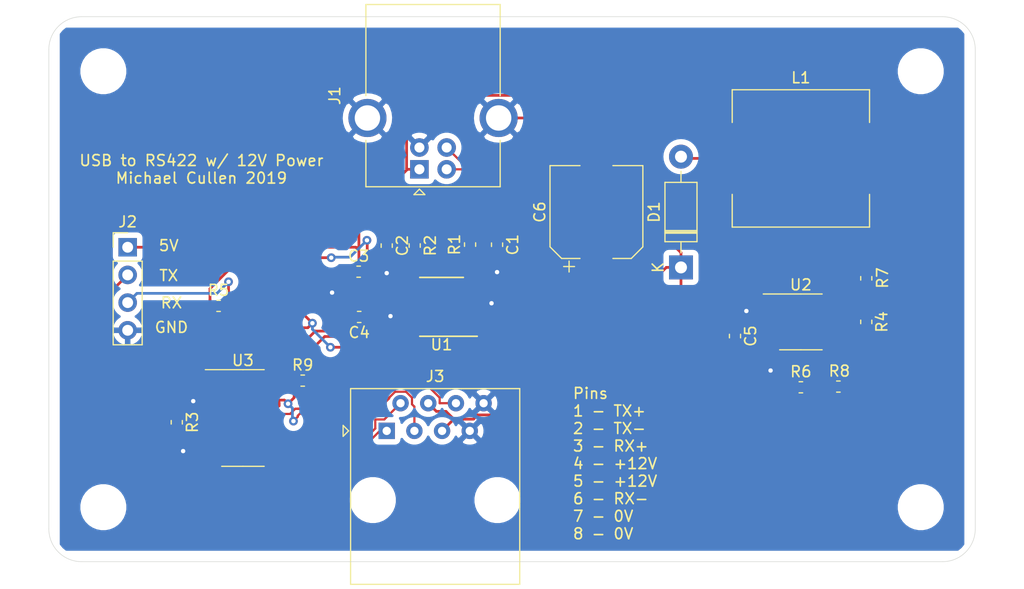
<source format=kicad_pcb>
(kicad_pcb (version 20171130) (host pcbnew "(5.1.2-1)-1")

  (general
    (thickness 1.6)
    (drawings 14)
    (tracks 236)
    (zones 0)
    (modules 27)
    (nets 20)
  )

  (page A4)
  (layers
    (0 F.Cu signal)
    (31 B.Cu signal)
    (32 B.Adhes user)
    (33 F.Adhes user)
    (34 B.Paste user)
    (35 F.Paste user)
    (36 B.SilkS user)
    (37 F.SilkS user)
    (38 B.Mask user)
    (39 F.Mask user)
    (40 Dwgs.User user)
    (41 Cmts.User user)
    (42 Eco1.User user)
    (43 Eco2.User user)
    (44 Edge.Cuts user)
    (45 Margin user)
    (46 B.CrtYd user)
    (47 F.CrtYd user)
    (48 B.Fab user)
    (49 F.Fab user)
  )

  (setup
    (last_trace_width 0.25)
    (user_trace_width 0.2)
    (trace_clearance 0.2)
    (zone_clearance 0.508)
    (zone_45_only no)
    (trace_min 0.2)
    (via_size 0.8)
    (via_drill 0.4)
    (via_min_size 0.4)
    (via_min_drill 0.3)
    (uvia_size 0.3)
    (uvia_drill 0.1)
    (uvias_allowed no)
    (uvia_min_size 0.2)
    (uvia_min_drill 0.1)
    (edge_width 0.05)
    (segment_width 0.2)
    (pcb_text_width 0.3)
    (pcb_text_size 1.5 1.5)
    (mod_edge_width 0.12)
    (mod_text_size 1 1)
    (mod_text_width 0.15)
    (pad_size 1.524 1.524)
    (pad_drill 0.762)
    (pad_to_mask_clearance 0.051)
    (solder_mask_min_width 0.25)
    (aux_axis_origin 0 0)
    (visible_elements FFFFFF7F)
    (pcbplotparams
      (layerselection 0x010fc_ffffffff)
      (usegerberextensions false)
      (usegerberattributes false)
      (usegerberadvancedattributes false)
      (creategerberjobfile false)
      (excludeedgelayer true)
      (linewidth 0.100000)
      (plotframeref false)
      (viasonmask false)
      (mode 1)
      (useauxorigin false)
      (hpglpennumber 1)
      (hpglpenspeed 20)
      (hpglpendiameter 15.000000)
      (psnegative false)
      (psa4output false)
      (plotreference true)
      (plotvalue true)
      (plotinvisibletext false)
      (padsonsilk false)
      (subtractmaskfromsilk false)
      (outputformat 1)
      (mirror false)
      (drillshape 0)
      (scaleselection 1)
      (outputdirectory "gerbers/"))
  )

  (net 0 "")
  (net 1 GND)
  (net 2 +3V3)
  (net 3 +5V)
  (net 4 "Net-(C5-Pad1)")
  (net 5 "Net-(D1-Pad2)")
  (net 6 +12V)
  (net 7 "Net-(J2-Pad3)")
  (net 8 "Net-(J2-Pad2)")
  (net 9 "Net-(L1-Pad2)")
  (net 10 "Net-(R1-Pad1)")
  (net 11 "Net-(R2-Pad2)")
  (net 12 "Net-(R6-Pad2)")
  (net 13 "Net-(R7-Pad2)")
  (net 14 /USB_D+)
  (net 15 /USB_D-)
  (net 16 /RX-)
  (net 17 /RX+)
  (net 18 /TX-)
  (net 19 /TX+)

  (net_class Default "This is the default net class."
    (clearance 0.2)
    (trace_width 0.25)
    (via_dia 0.8)
    (via_drill 0.4)
    (uvia_dia 0.3)
    (uvia_drill 0.1)
    (add_net +12V)
    (add_net +3V3)
    (add_net +5V)
    (add_net /RX+)
    (add_net /RX-)
    (add_net /TX+)
    (add_net /TX-)
    (add_net /USB_D+)
    (add_net /USB_D-)
    (add_net GND)
    (add_net "Net-(C5-Pad1)")
    (add_net "Net-(D1-Pad2)")
    (add_net "Net-(J2-Pad2)")
    (add_net "Net-(J2-Pad3)")
    (add_net "Net-(L1-Pad2)")
    (add_net "Net-(R1-Pad1)")
    (add_net "Net-(R2-Pad2)")
    (add_net "Net-(R6-Pad2)")
    (add_net "Net-(R7-Pad2)")
  )

  (module MountingHole:MountingHole_3.2mm_M3 (layer F.Cu) (tedit 56D1B4CB) (tstamp 5D82E664)
    (at 196 82)
    (descr "Mounting Hole 3.2mm, no annular, M3")
    (tags "mounting hole 3.2mm no annular m3")
    (attr virtual)
    (fp_text reference REF** (at 0 -4.2) (layer F.SilkS) hide
      (effects (font (size 1 1) (thickness 0.15)))
    )
    (fp_text value MountingHole_3.2mm_M3 (at 0 4.2) (layer F.Fab)
      (effects (font (size 1 1) (thickness 0.15)))
    )
    (fp_circle (center 0 0) (end 3.45 0) (layer F.CrtYd) (width 0.05))
    (fp_circle (center 0 0) (end 3.2 0) (layer Cmts.User) (width 0.15))
    (fp_text user %R (at 0.3 0) (layer F.Fab)
      (effects (font (size 1 1) (thickness 0.15)))
    )
    (pad 1 np_thru_hole circle (at 0 0) (size 3.2 3.2) (drill 3.2) (layers *.Cu *.Mask))
  )

  (module MountingHole:MountingHole_3.2mm_M3 (layer F.Cu) (tedit 56D1B4CB) (tstamp 5D82E640)
    (at 196 122)
    (descr "Mounting Hole 3.2mm, no annular, M3")
    (tags "mounting hole 3.2mm no annular m3")
    (attr virtual)
    (fp_text reference REF** (at 0 -4.2) (layer F.SilkS) hide
      (effects (font (size 1 1) (thickness 0.15)))
    )
    (fp_text value MountingHole_3.2mm_M3 (at 0 4.2) (layer F.Fab)
      (effects (font (size 1 1) (thickness 0.15)))
    )
    (fp_circle (center 0 0) (end 3.45 0) (layer F.CrtYd) (width 0.05))
    (fp_circle (center 0 0) (end 3.2 0) (layer Cmts.User) (width 0.15))
    (fp_text user %R (at 0.3 0) (layer F.Fab)
      (effects (font (size 1 1) (thickness 0.15)))
    )
    (pad 1 np_thru_hole circle (at 0 0) (size 3.2 3.2) (drill 3.2) (layers *.Cu *.Mask))
  )

  (module MountingHole:MountingHole_3.2mm_M3 (layer F.Cu) (tedit 56D1B4CB) (tstamp 5D82E61C)
    (at 121 122)
    (descr "Mounting Hole 3.2mm, no annular, M3")
    (tags "mounting hole 3.2mm no annular m3")
    (attr virtual)
    (fp_text reference REF** (at 0 -4.2) (layer F.SilkS) hide
      (effects (font (size 1 1) (thickness 0.15)))
    )
    (fp_text value MountingHole_3.2mm_M3 (at 0 4.2) (layer F.Fab)
      (effects (font (size 1 1) (thickness 0.15)))
    )
    (fp_circle (center 0 0) (end 3.45 0) (layer F.CrtYd) (width 0.05))
    (fp_circle (center 0 0) (end 3.2 0) (layer Cmts.User) (width 0.15))
    (fp_text user %R (at 0.3 0) (layer F.Fab)
      (effects (font (size 1 1) (thickness 0.15)))
    )
    (pad 1 np_thru_hole circle (at 0 0) (size 3.2 3.2) (drill 3.2) (layers *.Cu *.Mask))
  )

  (module MountingHole:MountingHole_3.2mm_M3 (layer F.Cu) (tedit 56D1B4CB) (tstamp 5D82E5DC)
    (at 121 82)
    (descr "Mounting Hole 3.2mm, no annular, M3")
    (tags "mounting hole 3.2mm no annular m3")
    (attr virtual)
    (fp_text reference REF** (at 0 -4.2) (layer F.SilkS) hide
      (effects (font (size 1 1) (thickness 0.15)))
    )
    (fp_text value MountingHole_3.2mm_M3 (at 0 4.2) (layer F.Fab)
      (effects (font (size 1 1) (thickness 0.15)))
    )
    (fp_circle (center 0 0) (end 3.45 0) (layer F.CrtYd) (width 0.05))
    (fp_circle (center 0 0) (end 3.2 0) (layer Cmts.User) (width 0.15))
    (fp_text user %R (at 0.3 0) (layer F.Fab)
      (effects (font (size 1 1) (thickness 0.15)))
    )
    (pad 1 np_thru_hole circle (at 0 0) (size 3.2 3.2) (drill 3.2) (layers *.Cu *.Mask))
  )

  (module Capacitor_SMD:CP_Elec_8x10 (layer F.Cu) (tedit 5BCA39D0) (tstamp 5D73B0AA)
    (at 166.243 94.9198 90)
    (descr "SMD capacitor, aluminum electrolytic, Nichicon, 8.0x10mm")
    (tags "capacitor electrolytic")
    (path /5D799F49)
    (attr smd)
    (fp_text reference C6 (at 0 -5.2 90) (layer F.SilkS)
      (effects (font (size 1 1) (thickness 0.15)))
    )
    (fp_text value 470uF (at 0 5.2 90) (layer F.Fab)
      (effects (font (size 1 1) (thickness 0.15)))
    )
    (fp_text user %R (at 0 0 90) (layer F.Fab)
      (effects (font (size 1 1) (thickness 0.15)))
    )
    (fp_line (start -5.25 1.5) (end -4.4 1.5) (layer F.CrtYd) (width 0.05))
    (fp_line (start -5.25 -1.5) (end -5.25 1.5) (layer F.CrtYd) (width 0.05))
    (fp_line (start -4.4 -1.5) (end -5.25 -1.5) (layer F.CrtYd) (width 0.05))
    (fp_line (start -4.4 1.5) (end -4.4 3.25) (layer F.CrtYd) (width 0.05))
    (fp_line (start -4.4 -3.25) (end -4.4 -1.5) (layer F.CrtYd) (width 0.05))
    (fp_line (start -4.4 -3.25) (end -3.25 -4.4) (layer F.CrtYd) (width 0.05))
    (fp_line (start -4.4 3.25) (end -3.25 4.4) (layer F.CrtYd) (width 0.05))
    (fp_line (start -3.25 -4.4) (end 4.4 -4.4) (layer F.CrtYd) (width 0.05))
    (fp_line (start -3.25 4.4) (end 4.4 4.4) (layer F.CrtYd) (width 0.05))
    (fp_line (start 4.4 1.5) (end 4.4 4.4) (layer F.CrtYd) (width 0.05))
    (fp_line (start 5.25 1.5) (end 4.4 1.5) (layer F.CrtYd) (width 0.05))
    (fp_line (start 5.25 -1.5) (end 5.25 1.5) (layer F.CrtYd) (width 0.05))
    (fp_line (start 4.4 -1.5) (end 5.25 -1.5) (layer F.CrtYd) (width 0.05))
    (fp_line (start 4.4 -4.4) (end 4.4 -1.5) (layer F.CrtYd) (width 0.05))
    (fp_line (start -5 -3.01) (end -5 -2.01) (layer F.SilkS) (width 0.12))
    (fp_line (start -5.5 -2.51) (end -4.5 -2.51) (layer F.SilkS) (width 0.12))
    (fp_line (start -4.26 3.195563) (end -3.195563 4.26) (layer F.SilkS) (width 0.12))
    (fp_line (start -4.26 -3.195563) (end -3.195563 -4.26) (layer F.SilkS) (width 0.12))
    (fp_line (start -4.26 -3.195563) (end -4.26 -1.51) (layer F.SilkS) (width 0.12))
    (fp_line (start -4.26 3.195563) (end -4.26 1.51) (layer F.SilkS) (width 0.12))
    (fp_line (start -3.195563 4.26) (end 4.26 4.26) (layer F.SilkS) (width 0.12))
    (fp_line (start -3.195563 -4.26) (end 4.26 -4.26) (layer F.SilkS) (width 0.12))
    (fp_line (start 4.26 -4.26) (end 4.26 -1.51) (layer F.SilkS) (width 0.12))
    (fp_line (start 4.26 4.26) (end 4.26 1.51) (layer F.SilkS) (width 0.12))
    (fp_line (start -3.162278 -1.9) (end -3.162278 -1.1) (layer F.Fab) (width 0.1))
    (fp_line (start -3.562278 -1.5) (end -2.762278 -1.5) (layer F.Fab) (width 0.1))
    (fp_line (start -4.15 3.15) (end -3.15 4.15) (layer F.Fab) (width 0.1))
    (fp_line (start -4.15 -3.15) (end -3.15 -4.15) (layer F.Fab) (width 0.1))
    (fp_line (start -4.15 -3.15) (end -4.15 3.15) (layer F.Fab) (width 0.1))
    (fp_line (start -3.15 4.15) (end 4.15 4.15) (layer F.Fab) (width 0.1))
    (fp_line (start -3.15 -4.15) (end 4.15 -4.15) (layer F.Fab) (width 0.1))
    (fp_line (start 4.15 -4.15) (end 4.15 4.15) (layer F.Fab) (width 0.1))
    (fp_circle (center 0 0) (end 4 0) (layer F.Fab) (width 0.1))
    (pad 2 smd roundrect (at 3.25 0 90) (size 3.5 2.5) (layers F.Cu F.Paste F.Mask) (roundrect_rratio 0.1)
      (net 1 GND))
    (pad 1 smd roundrect (at -3.25 0 90) (size 3.5 2.5) (layers F.Cu F.Paste F.Mask) (roundrect_rratio 0.1)
      (net 6 +12V))
    (model ${KISYS3DMOD}/Capacitor_SMD.3dshapes/CP_Elec_8x10.wrl
      (at (xyz 0 0 0))
      (scale (xyz 1 1 1))
      (rotate (xyz 0 0 0))
    )
  )

  (module Package_SO:SOIC-14_3.9x8.7mm_P1.27mm (layer F.Cu) (tedit 5C97300E) (tstamp 5D731165)
    (at 133.8072 113.8174)
    (descr "SOIC, 14 Pin (JEDEC MS-012AB, https://www.analog.com/media/en/package-pcb-resources/package/pkg_pdf/soic_narrow-r/r_14.pdf), generated with kicad-footprint-generator ipc_gullwing_generator.py")
    (tags "SOIC SO")
    (path /5D7242F8)
    (attr smd)
    (fp_text reference U3 (at 0 -5.28) (layer F.SilkS)
      (effects (font (size 1 1) (thickness 0.15)))
    )
    (fp_text value ISL8489EIBZ (at 0 5.28) (layer F.Fab)
      (effects (font (size 1 1) (thickness 0.15)))
    )
    (fp_text user %R (at 0 0) (layer F.Fab)
      (effects (font (size 0.98 0.98) (thickness 0.15)))
    )
    (fp_line (start 3.7 -4.58) (end -3.7 -4.58) (layer F.CrtYd) (width 0.05))
    (fp_line (start 3.7 4.58) (end 3.7 -4.58) (layer F.CrtYd) (width 0.05))
    (fp_line (start -3.7 4.58) (end 3.7 4.58) (layer F.CrtYd) (width 0.05))
    (fp_line (start -3.7 -4.58) (end -3.7 4.58) (layer F.CrtYd) (width 0.05))
    (fp_line (start -1.95 -3.35) (end -0.975 -4.325) (layer F.Fab) (width 0.1))
    (fp_line (start -1.95 4.325) (end -1.95 -3.35) (layer F.Fab) (width 0.1))
    (fp_line (start 1.95 4.325) (end -1.95 4.325) (layer F.Fab) (width 0.1))
    (fp_line (start 1.95 -4.325) (end 1.95 4.325) (layer F.Fab) (width 0.1))
    (fp_line (start -0.975 -4.325) (end 1.95 -4.325) (layer F.Fab) (width 0.1))
    (fp_line (start 0 -4.435) (end -3.45 -4.435) (layer F.SilkS) (width 0.12))
    (fp_line (start 0 -4.435) (end 1.95 -4.435) (layer F.SilkS) (width 0.12))
    (fp_line (start 0 4.435) (end -1.95 4.435) (layer F.SilkS) (width 0.12))
    (fp_line (start 0 4.435) (end 1.95 4.435) (layer F.SilkS) (width 0.12))
    (pad 14 smd roundrect (at 2.475 -3.81) (size 1.95 0.6) (layers F.Cu F.Paste F.Mask) (roundrect_rratio 0.25)
      (net 3 +5V))
    (pad 13 smd roundrect (at 2.475 -2.54) (size 1.95 0.6) (layers F.Cu F.Paste F.Mask) (roundrect_rratio 0.25))
    (pad 12 smd roundrect (at 2.475 -1.27) (size 1.95 0.6) (layers F.Cu F.Paste F.Mask) (roundrect_rratio 0.25)
      (net 17 /RX+))
    (pad 11 smd roundrect (at 2.475 0) (size 1.95 0.6) (layers F.Cu F.Paste F.Mask) (roundrect_rratio 0.25)
      (net 16 /RX-))
    (pad 10 smd roundrect (at 2.475 1.27) (size 1.95 0.6) (layers F.Cu F.Paste F.Mask) (roundrect_rratio 0.25)
      (net 18 /TX-))
    (pad 9 smd roundrect (at 2.475 2.54) (size 1.95 0.6) (layers F.Cu F.Paste F.Mask) (roundrect_rratio 0.25)
      (net 19 /TX+))
    (pad 8 smd roundrect (at 2.475 3.81) (size 1.95 0.6) (layers F.Cu F.Paste F.Mask) (roundrect_rratio 0.25))
    (pad 7 smd roundrect (at -2.475 3.81) (size 1.95 0.6) (layers F.Cu F.Paste F.Mask) (roundrect_rratio 0.25)
      (net 1 GND))
    (pad 6 smd roundrect (at -2.475 2.54) (size 1.95 0.6) (layers F.Cu F.Paste F.Mask) (roundrect_rratio 0.25)
      (net 1 GND))
    (pad 5 smd roundrect (at -2.475 1.27) (size 1.95 0.6) (layers F.Cu F.Paste F.Mask) (roundrect_rratio 0.25)
      (net 8 "Net-(J2-Pad2)"))
    (pad 4 smd roundrect (at -2.475 0) (size 1.95 0.6) (layers F.Cu F.Paste F.Mask) (roundrect_rratio 0.25)
      (net 3 +5V))
    (pad 3 smd roundrect (at -2.475 -1.27) (size 1.95 0.6) (layers F.Cu F.Paste F.Mask) (roundrect_rratio 0.25)
      (net 1 GND))
    (pad 2 smd roundrect (at -2.475 -2.54) (size 1.95 0.6) (layers F.Cu F.Paste F.Mask) (roundrect_rratio 0.25)
      (net 7 "Net-(J2-Pad3)"))
    (pad 1 smd roundrect (at -2.475 -3.81) (size 1.95 0.6) (layers F.Cu F.Paste F.Mask) (roundrect_rratio 0.25))
    (model ${KISYS3DMOD}/Package_SO.3dshapes/SOIC-14_3.9x8.7mm_P1.27mm.wrl
      (at (xyz 0 0 0))
      (scale (xyz 1 1 1))
      (rotate (xyz 0 0 0))
    )
  )

  (module Package_SO:SOIC-8_3.9x4.9mm_P1.27mm (layer F.Cu) (tedit 5C97300E) (tstamp 5D731145)
    (at 185 105)
    (descr "SOIC, 8 Pin (JEDEC MS-012AA, https://www.analog.com/media/en/package-pcb-resources/package/pkg_pdf/soic_narrow-r/r_8.pdf), generated with kicad-footprint-generator ipc_gullwing_generator.py")
    (tags "SOIC SO")
    (path /5D7411B2)
    (attr smd)
    (fp_text reference U2 (at 0 -3.4) (layer F.SilkS)
      (effects (font (size 1 1) (thickness 0.15)))
    )
    (fp_text value MC34063AD (at 0 3.4) (layer F.Fab)
      (effects (font (size 1 1) (thickness 0.15)))
    )
    (fp_text user %R (at 0 0) (layer F.Fab)
      (effects (font (size 0.98 0.98) (thickness 0.15)))
    )
    (fp_line (start 3.7 -2.7) (end -3.7 -2.7) (layer F.CrtYd) (width 0.05))
    (fp_line (start 3.7 2.7) (end 3.7 -2.7) (layer F.CrtYd) (width 0.05))
    (fp_line (start -3.7 2.7) (end 3.7 2.7) (layer F.CrtYd) (width 0.05))
    (fp_line (start -3.7 -2.7) (end -3.7 2.7) (layer F.CrtYd) (width 0.05))
    (fp_line (start -1.95 -1.475) (end -0.975 -2.45) (layer F.Fab) (width 0.1))
    (fp_line (start -1.95 2.45) (end -1.95 -1.475) (layer F.Fab) (width 0.1))
    (fp_line (start 1.95 2.45) (end -1.95 2.45) (layer F.Fab) (width 0.1))
    (fp_line (start 1.95 -2.45) (end 1.95 2.45) (layer F.Fab) (width 0.1))
    (fp_line (start -0.975 -2.45) (end 1.95 -2.45) (layer F.Fab) (width 0.1))
    (fp_line (start 0 -2.56) (end -3.45 -2.56) (layer F.SilkS) (width 0.12))
    (fp_line (start 0 -2.56) (end 1.95 -2.56) (layer F.SilkS) (width 0.12))
    (fp_line (start 0 2.56) (end -1.95 2.56) (layer F.SilkS) (width 0.12))
    (fp_line (start 0 2.56) (end 1.95 2.56) (layer F.SilkS) (width 0.12))
    (pad 8 smd roundrect (at 2.475 -1.905) (size 1.95 0.6) (layers F.Cu F.Paste F.Mask) (roundrect_rratio 0.25)
      (net 13 "Net-(R7-Pad2)"))
    (pad 7 smd roundrect (at 2.475 -0.635) (size 1.95 0.6) (layers F.Cu F.Paste F.Mask) (roundrect_rratio 0.25)
      (net 9 "Net-(L1-Pad2)"))
    (pad 6 smd roundrect (at 2.475 0.635) (size 1.95 0.6) (layers F.Cu F.Paste F.Mask) (roundrect_rratio 0.25)
      (net 3 +5V))
    (pad 5 smd roundrect (at 2.475 1.905) (size 1.95 0.6) (layers F.Cu F.Paste F.Mask) (roundrect_rratio 0.25)
      (net 12 "Net-(R6-Pad2)"))
    (pad 4 smd roundrect (at -2.475 1.905) (size 1.95 0.6) (layers F.Cu F.Paste F.Mask) (roundrect_rratio 0.25)
      (net 1 GND))
    (pad 3 smd roundrect (at -2.475 0.635) (size 1.95 0.6) (layers F.Cu F.Paste F.Mask) (roundrect_rratio 0.25)
      (net 4 "Net-(C5-Pad1)"))
    (pad 2 smd roundrect (at -2.475 -0.635) (size 1.95 0.6) (layers F.Cu F.Paste F.Mask) (roundrect_rratio 0.25)
      (net 1 GND))
    (pad 1 smd roundrect (at -2.475 -1.905) (size 1.95 0.6) (layers F.Cu F.Paste F.Mask) (roundrect_rratio 0.25)
      (net 5 "Net-(D1-Pad2)"))
    (model ${KISYS3DMOD}/Package_SO.3dshapes/SOIC-8_3.9x4.9mm_P1.27mm.wrl
      (at (xyz 0 0 0))
      (scale (xyz 1 1 1))
      (rotate (xyz 0 0 0))
    )
  )

  (module Package_SO:SSOP-16_3.9x4.9mm_P0.635mm (layer F.Cu) (tedit 5A02F25C) (tstamp 5D73112B)
    (at 152.0317 103.5939 180)
    (descr "SSOP16: plastic shrink small outline package; 16 leads; body width 3.9 mm; lead pitch 0.635; (see NXP SSOP-TSSOP-VSO-REFLOW.pdf and sot519-1_po.pdf)")
    (tags "SSOP 0.635")
    (path /5D730204)
    (attr smd)
    (fp_text reference U1 (at 0 -3.5) (layer F.SilkS)
      (effects (font (size 1 1) (thickness 0.15)))
    )
    (fp_text value FT230XS (at 0 3.5) (layer F.Fab)
      (effects (font (size 1 1) (thickness 0.15)))
    )
    (fp_text user %R (at 0 0 180) (layer F.Fab)
      (effects (font (size 0.8 0.8) (thickness 0.15)))
    )
    (fp_line (start -3.275 -2.725) (end 2 -2.725) (layer F.SilkS) (width 0.15))
    (fp_line (start -2 2.675) (end 2 2.675) (layer F.SilkS) (width 0.15))
    (fp_line (start -3.45 2.8) (end 3.45 2.8) (layer F.CrtYd) (width 0.05))
    (fp_line (start -3.45 -2.85) (end 3.45 -2.85) (layer F.CrtYd) (width 0.05))
    (fp_line (start 3.45 -2.85) (end 3.45 2.8) (layer F.CrtYd) (width 0.05))
    (fp_line (start -3.45 -2.85) (end -3.45 2.8) (layer F.CrtYd) (width 0.05))
    (fp_line (start -1.95 -1.45) (end -0.95 -2.45) (layer F.Fab) (width 0.15))
    (fp_line (start -1.95 2.45) (end -1.95 -1.45) (layer F.Fab) (width 0.15))
    (fp_line (start 1.95 2.45) (end -1.95 2.45) (layer F.Fab) (width 0.15))
    (fp_line (start 1.95 -2.45) (end 1.95 2.45) (layer F.Fab) (width 0.15))
    (fp_line (start -0.95 -2.45) (end 1.95 -2.45) (layer F.Fab) (width 0.15))
    (pad 16 smd rect (at 2.6 -2.2225 180) (size 1.2 0.4) (layers F.Cu F.Paste F.Mask))
    (pad 15 smd rect (at 2.6 -1.5875 180) (size 1.2 0.4) (layers F.Cu F.Paste F.Mask))
    (pad 14 smd rect (at 2.6 -0.9525 180) (size 1.2 0.4) (layers F.Cu F.Paste F.Mask))
    (pad 13 smd rect (at 2.6 -0.3175 180) (size 1.2 0.4) (layers F.Cu F.Paste F.Mask)
      (net 1 GND))
    (pad 12 smd rect (at 2.6 0.3175 180) (size 1.2 0.4) (layers F.Cu F.Paste F.Mask)
      (net 3 +5V))
    (pad 11 smd rect (at 2.6 0.9525 180) (size 1.2 0.4) (layers F.Cu F.Paste F.Mask)
      (net 2 +3V3))
    (pad 10 smd rect (at 2.6 1.5875 180) (size 1.2 0.4) (layers F.Cu F.Paste F.Mask)
      (net 2 +3V3))
    (pad 9 smd rect (at 2.6 2.2225 180) (size 1.2 0.4) (layers F.Cu F.Paste F.Mask)
      (net 11 "Net-(R2-Pad2)"))
    (pad 8 smd rect (at -2.6 2.2225 180) (size 1.2 0.4) (layers F.Cu F.Paste F.Mask)
      (net 10 "Net-(R1-Pad1)"))
    (pad 7 smd rect (at -2.6 1.5875 180) (size 1.2 0.4) (layers F.Cu F.Paste F.Mask))
    (pad 6 smd rect (at -2.6 0.9525 180) (size 1.2 0.4) (layers F.Cu F.Paste F.Mask))
    (pad 5 smd rect (at -2.6 0.3175 180) (size 1.2 0.4) (layers F.Cu F.Paste F.Mask)
      (net 1 GND))
    (pad 4 smd rect (at -2.6 -0.3175 180) (size 1.2 0.4) (layers F.Cu F.Paste F.Mask)
      (net 7 "Net-(J2-Pad3)"))
    (pad 3 smd rect (at -2.6 -0.9525 180) (size 1.2 0.4) (layers F.Cu F.Paste F.Mask)
      (net 2 +3V3))
    (pad 2 smd rect (at -2.6 -1.5875 180) (size 1.2 0.4) (layers F.Cu F.Paste F.Mask))
    (pad 1 smd rect (at -2.6 -2.2225 180) (size 1.2 0.4) (layers F.Cu F.Paste F.Mask)
      (net 8 "Net-(J2-Pad2)"))
    (model ${KISYS3DMOD}/Package_SO.3dshapes/SSOP-16_3.9x4.9mm_P0.635mm.wrl
      (at (xyz 0 0 0))
      (scale (xyz 1 1 1))
      (rotate (xyz 0 0 0))
    )
  )

  (module Resistor_SMD:R_0603_1608Metric (layer F.Cu) (tedit 5B301BBD) (tstamp 5D73110B)
    (at 139.2936 110.3884)
    (descr "Resistor SMD 0603 (1608 Metric), square (rectangular) end terminal, IPC_7351 nominal, (Body size source: http://www.tortai-tech.com/upload/download/2011102023233369053.pdf), generated with kicad-footprint-generator")
    (tags resistor)
    (path /5D7237EC)
    (attr smd)
    (fp_text reference R9 (at 0 -1.43) (layer F.SilkS)
      (effects (font (size 1 1) (thickness 0.15)))
    )
    (fp_text value 100R (at 0 1.43) (layer F.Fab)
      (effects (font (size 1 1) (thickness 0.15)))
    )
    (fp_text user %R (at 0 0) (layer F.Fab)
      (effects (font (size 0.4 0.4) (thickness 0.06)))
    )
    (fp_line (start 1.48 0.73) (end -1.48 0.73) (layer F.CrtYd) (width 0.05))
    (fp_line (start 1.48 -0.73) (end 1.48 0.73) (layer F.CrtYd) (width 0.05))
    (fp_line (start -1.48 -0.73) (end 1.48 -0.73) (layer F.CrtYd) (width 0.05))
    (fp_line (start -1.48 0.73) (end -1.48 -0.73) (layer F.CrtYd) (width 0.05))
    (fp_line (start -0.162779 0.51) (end 0.162779 0.51) (layer F.SilkS) (width 0.12))
    (fp_line (start -0.162779 -0.51) (end 0.162779 -0.51) (layer F.SilkS) (width 0.12))
    (fp_line (start 0.8 0.4) (end -0.8 0.4) (layer F.Fab) (width 0.1))
    (fp_line (start 0.8 -0.4) (end 0.8 0.4) (layer F.Fab) (width 0.1))
    (fp_line (start -0.8 -0.4) (end 0.8 -0.4) (layer F.Fab) (width 0.1))
    (fp_line (start -0.8 0.4) (end -0.8 -0.4) (layer F.Fab) (width 0.1))
    (pad 2 smd roundrect (at 0.7875 0) (size 0.875 0.95) (layers F.Cu F.Paste F.Mask) (roundrect_rratio 0.25)
      (net 16 /RX-))
    (pad 1 smd roundrect (at -0.7875 0) (size 0.875 0.95) (layers F.Cu F.Paste F.Mask) (roundrect_rratio 0.25)
      (net 17 /RX+))
    (model ${KISYS3DMOD}/Resistor_SMD.3dshapes/R_0603_1608Metric.wrl
      (at (xyz 0 0 0))
      (scale (xyz 1 1 1))
      (rotate (xyz 0 0 0))
    )
  )

  (module Resistor_SMD:R_0603_1608Metric (layer F.Cu) (tedit 5B301BBD) (tstamp 5D7310FA)
    (at 188.4426 110.9345 180)
    (descr "Resistor SMD 0603 (1608 Metric), square (rectangular) end terminal, IPC_7351 nominal, (Body size source: http://www.tortai-tech.com/upload/download/2011102023233369053.pdf), generated with kicad-footprint-generator")
    (tags resistor)
    (path /5D764373)
    (attr smd)
    (fp_text reference R8 (at -0.0889 1.4224) (layer F.SilkS)
      (effects (font (size 1 1) (thickness 0.15)))
    )
    (fp_text value 24k (at -0.0889 -1.5113) (layer F.Fab)
      (effects (font (size 1 1) (thickness 0.15)))
    )
    (fp_text user %R (at 0 0) (layer F.Fab)
      (effects (font (size 0.4 0.4) (thickness 0.06)))
    )
    (fp_line (start 1.48 0.73) (end -1.48 0.73) (layer F.CrtYd) (width 0.05))
    (fp_line (start 1.48 -0.73) (end 1.48 0.73) (layer F.CrtYd) (width 0.05))
    (fp_line (start -1.48 -0.73) (end 1.48 -0.73) (layer F.CrtYd) (width 0.05))
    (fp_line (start -1.48 0.73) (end -1.48 -0.73) (layer F.CrtYd) (width 0.05))
    (fp_line (start -0.162779 0.51) (end 0.162779 0.51) (layer F.SilkS) (width 0.12))
    (fp_line (start -0.162779 -0.51) (end 0.162779 -0.51) (layer F.SilkS) (width 0.12))
    (fp_line (start 0.8 0.4) (end -0.8 0.4) (layer F.Fab) (width 0.1))
    (fp_line (start 0.8 -0.4) (end 0.8 0.4) (layer F.Fab) (width 0.1))
    (fp_line (start -0.8 -0.4) (end 0.8 -0.4) (layer F.Fab) (width 0.1))
    (fp_line (start -0.8 0.4) (end -0.8 -0.4) (layer F.Fab) (width 0.1))
    (pad 2 smd roundrect (at 0.7875 0 180) (size 0.875 0.95) (layers F.Cu F.Paste F.Mask) (roundrect_rratio 0.25)
      (net 12 "Net-(R6-Pad2)"))
    (pad 1 smd roundrect (at -0.7875 0 180) (size 0.875 0.95) (layers F.Cu F.Paste F.Mask) (roundrect_rratio 0.25)
      (net 6 +12V))
    (model ${KISYS3DMOD}/Resistor_SMD.3dshapes/R_0603_1608Metric.wrl
      (at (xyz 0 0 0))
      (scale (xyz 1 1 1))
      (rotate (xyz 0 0 0))
    )
  )

  (module Resistor_SMD:R_0603_1608Metric (layer F.Cu) (tedit 5B301BBD) (tstamp 5D731ED3)
    (at 191 101 90)
    (descr "Resistor SMD 0603 (1608 Metric), square (rectangular) end terminal, IPC_7351 nominal, (Body size source: http://www.tortai-tech.com/upload/download/2011102023233369053.pdf), generated with kicad-footprint-generator")
    (tags resistor)
    (path /5D752125)
    (attr smd)
    (fp_text reference R7 (at 0.035 1.4939 90) (layer F.SilkS)
      (effects (font (size 1 1) (thickness 0.15)))
    )
    (fp_text value 180R (at 0.035 -1.4017 90) (layer F.Fab)
      (effects (font (size 1 1) (thickness 0.15)))
    )
    (fp_text user %R (at 0 0 90) (layer F.Fab)
      (effects (font (size 0.4 0.4) (thickness 0.06)))
    )
    (fp_line (start 1.48 0.73) (end -1.48 0.73) (layer F.CrtYd) (width 0.05))
    (fp_line (start 1.48 -0.73) (end 1.48 0.73) (layer F.CrtYd) (width 0.05))
    (fp_line (start -1.48 -0.73) (end 1.48 -0.73) (layer F.CrtYd) (width 0.05))
    (fp_line (start -1.48 0.73) (end -1.48 -0.73) (layer F.CrtYd) (width 0.05))
    (fp_line (start -0.162779 0.51) (end 0.162779 0.51) (layer F.SilkS) (width 0.12))
    (fp_line (start -0.162779 -0.51) (end 0.162779 -0.51) (layer F.SilkS) (width 0.12))
    (fp_line (start 0.8 0.4) (end -0.8 0.4) (layer F.Fab) (width 0.1))
    (fp_line (start 0.8 -0.4) (end 0.8 0.4) (layer F.Fab) (width 0.1))
    (fp_line (start -0.8 -0.4) (end 0.8 -0.4) (layer F.Fab) (width 0.1))
    (fp_line (start -0.8 0.4) (end -0.8 -0.4) (layer F.Fab) (width 0.1))
    (pad 2 smd roundrect (at 0.7875 0 90) (size 0.875 0.95) (layers F.Cu F.Paste F.Mask) (roundrect_rratio 0.25)
      (net 13 "Net-(R7-Pad2)"))
    (pad 1 smd roundrect (at -0.7875 0 90) (size 0.875 0.95) (layers F.Cu F.Paste F.Mask) (roundrect_rratio 0.25)
      (net 9 "Net-(L1-Pad2)"))
    (model ${KISYS3DMOD}/Resistor_SMD.3dshapes/R_0603_1608Metric.wrl
      (at (xyz 0 0 0))
      (scale (xyz 1 1 1))
      (rotate (xyz 0 0 0))
    )
  )

  (module Resistor_SMD:R_0603_1608Metric (layer F.Cu) (tedit 5B301BBD) (tstamp 5D7310D8)
    (at 185 111)
    (descr "Resistor SMD 0603 (1608 Metric), square (rectangular) end terminal, IPC_7351 nominal, (Body size source: http://www.tortai-tech.com/upload/download/2011102023233369053.pdf), generated with kicad-footprint-generator")
    (tags resistor)
    (path /5D766610)
    (attr smd)
    (fp_text reference R6 (at 0 -1.43) (layer F.SilkS)
      (effects (font (size 1 1) (thickness 0.15)))
    )
    (fp_text value 2k7 (at 0 1.43) (layer F.Fab)
      (effects (font (size 1 1) (thickness 0.15)))
    )
    (fp_text user %R (at 0 0) (layer F.Fab)
      (effects (font (size 0.4 0.4) (thickness 0.06)))
    )
    (fp_line (start 1.48 0.73) (end -1.48 0.73) (layer F.CrtYd) (width 0.05))
    (fp_line (start 1.48 -0.73) (end 1.48 0.73) (layer F.CrtYd) (width 0.05))
    (fp_line (start -1.48 -0.73) (end 1.48 -0.73) (layer F.CrtYd) (width 0.05))
    (fp_line (start -1.48 0.73) (end -1.48 -0.73) (layer F.CrtYd) (width 0.05))
    (fp_line (start -0.162779 0.51) (end 0.162779 0.51) (layer F.SilkS) (width 0.12))
    (fp_line (start -0.162779 -0.51) (end 0.162779 -0.51) (layer F.SilkS) (width 0.12))
    (fp_line (start 0.8 0.4) (end -0.8 0.4) (layer F.Fab) (width 0.1))
    (fp_line (start 0.8 -0.4) (end 0.8 0.4) (layer F.Fab) (width 0.1))
    (fp_line (start -0.8 -0.4) (end 0.8 -0.4) (layer F.Fab) (width 0.1))
    (fp_line (start -0.8 0.4) (end -0.8 -0.4) (layer F.Fab) (width 0.1))
    (pad 2 smd roundrect (at 0.7875 0) (size 0.875 0.95) (layers F.Cu F.Paste F.Mask) (roundrect_rratio 0.25)
      (net 12 "Net-(R6-Pad2)"))
    (pad 1 smd roundrect (at -0.7875 0) (size 0.875 0.95) (layers F.Cu F.Paste F.Mask) (roundrect_rratio 0.25)
      (net 1 GND))
    (model ${KISYS3DMOD}/Resistor_SMD.3dshapes/R_0603_1608Metric.wrl
      (at (xyz 0 0 0))
      (scale (xyz 1 1 1))
      (rotate (xyz 0 0 0))
    )
  )

  (module Resistor_SMD:R_0603_1608Metric (layer F.Cu) (tedit 5B301BBD) (tstamp 5D7310C7)
    (at 131.5722 103.5304)
    (descr "Resistor SMD 0603 (1608 Metric), square (rectangular) end terminal, IPC_7351 nominal, (Body size source: http://www.tortai-tech.com/upload/download/2011102023233369053.pdf), generated with kicad-footprint-generator")
    (tags resistor)
    (path /5D7B6BAE)
    (attr smd)
    (fp_text reference R5 (at 0 -1.43) (layer F.SilkS)
      (effects (font (size 1 1) (thickness 0.15)))
    )
    (fp_text value 10k (at 0 1.43) (layer F.Fab)
      (effects (font (size 1 1) (thickness 0.15)))
    )
    (fp_text user %R (at 0 0) (layer F.Fab)
      (effects (font (size 0.4 0.4) (thickness 0.06)))
    )
    (fp_line (start 1.48 0.73) (end -1.48 0.73) (layer F.CrtYd) (width 0.05))
    (fp_line (start 1.48 -0.73) (end 1.48 0.73) (layer F.CrtYd) (width 0.05))
    (fp_line (start -1.48 -0.73) (end 1.48 -0.73) (layer F.CrtYd) (width 0.05))
    (fp_line (start -1.48 0.73) (end -1.48 -0.73) (layer F.CrtYd) (width 0.05))
    (fp_line (start -0.162779 0.51) (end 0.162779 0.51) (layer F.SilkS) (width 0.12))
    (fp_line (start -0.162779 -0.51) (end 0.162779 -0.51) (layer F.SilkS) (width 0.12))
    (fp_line (start 0.8 0.4) (end -0.8 0.4) (layer F.Fab) (width 0.1))
    (fp_line (start 0.8 -0.4) (end 0.8 0.4) (layer F.Fab) (width 0.1))
    (fp_line (start -0.8 -0.4) (end 0.8 -0.4) (layer F.Fab) (width 0.1))
    (fp_line (start -0.8 0.4) (end -0.8 -0.4) (layer F.Fab) (width 0.1))
    (pad 2 smd roundrect (at 0.7875 0) (size 0.875 0.95) (layers F.Cu F.Paste F.Mask) (roundrect_rratio 0.25)
      (net 7 "Net-(J2-Pad3)"))
    (pad 1 smd roundrect (at -0.7875 0) (size 0.875 0.95) (layers F.Cu F.Paste F.Mask) (roundrect_rratio 0.25)
      (net 2 +3V3))
    (model ${KISYS3DMOD}/Resistor_SMD.3dshapes/R_0603_1608Metric.wrl
      (at (xyz 0 0 0))
      (scale (xyz 1 1 1))
      (rotate (xyz 0 0 0))
    )
  )

  (module Resistor_SMD:R_0603_1608Metric (layer F.Cu) (tedit 5B301BBD) (tstamp 5D7310B6)
    (at 191 105 270)
    (descr "Resistor SMD 0603 (1608 Metric), square (rectangular) end terminal, IPC_7351 nominal, (Body size source: http://www.tortai-tech.com/upload/download/2011102023233369053.pdf), generated with kicad-footprint-generator")
    (tags resistor)
    (path /5D74C9F3)
    (attr smd)
    (fp_text reference R4 (at 0 -1.43 90) (layer F.SilkS)
      (effects (font (size 1 1) (thickness 0.15)))
    )
    (fp_text value 0R22 (at 0 1.43 90) (layer F.Fab)
      (effects (font (size 1 1) (thickness 0.15)))
    )
    (fp_text user %R (at 0 0 90) (layer F.Fab)
      (effects (font (size 0.4 0.4) (thickness 0.06)))
    )
    (fp_line (start 1.48 0.73) (end -1.48 0.73) (layer F.CrtYd) (width 0.05))
    (fp_line (start 1.48 -0.73) (end 1.48 0.73) (layer F.CrtYd) (width 0.05))
    (fp_line (start -1.48 -0.73) (end 1.48 -0.73) (layer F.CrtYd) (width 0.05))
    (fp_line (start -1.48 0.73) (end -1.48 -0.73) (layer F.CrtYd) (width 0.05))
    (fp_line (start -0.162779 0.51) (end 0.162779 0.51) (layer F.SilkS) (width 0.12))
    (fp_line (start -0.162779 -0.51) (end 0.162779 -0.51) (layer F.SilkS) (width 0.12))
    (fp_line (start 0.8 0.4) (end -0.8 0.4) (layer F.Fab) (width 0.1))
    (fp_line (start 0.8 -0.4) (end 0.8 0.4) (layer F.Fab) (width 0.1))
    (fp_line (start -0.8 -0.4) (end 0.8 -0.4) (layer F.Fab) (width 0.1))
    (fp_line (start -0.8 0.4) (end -0.8 -0.4) (layer F.Fab) (width 0.1))
    (pad 2 smd roundrect (at 0.7875 0 270) (size 0.875 0.95) (layers F.Cu F.Paste F.Mask) (roundrect_rratio 0.25)
      (net 3 +5V))
    (pad 1 smd roundrect (at -0.7875 0 270) (size 0.875 0.95) (layers F.Cu F.Paste F.Mask) (roundrect_rratio 0.25)
      (net 9 "Net-(L1-Pad2)"))
    (model ${KISYS3DMOD}/Resistor_SMD.3dshapes/R_0603_1608Metric.wrl
      (at (xyz 0 0 0))
      (scale (xyz 1 1 1))
      (rotate (xyz 0 0 0))
    )
  )

  (module Resistor_SMD:R_0603_1608Metric (layer F.Cu) (tedit 5B301BBD) (tstamp 5D7310A5)
    (at 127.7366 114.2111 270)
    (descr "Resistor SMD 0603 (1608 Metric), square (rectangular) end terminal, IPC_7351 nominal, (Body size source: http://www.tortai-tech.com/upload/download/2011102023233369053.pdf), generated with kicad-footprint-generator")
    (tags resistor)
    (path /5D7B640B)
    (attr smd)
    (fp_text reference R3 (at 0 -1.43 90) (layer F.SilkS)
      (effects (font (size 1 1) (thickness 0.15)))
    )
    (fp_text value 10k (at 0 1.43 90) (layer F.Fab)
      (effects (font (size 1 1) (thickness 0.15)))
    )
    (fp_text user %R (at 0 0 270) (layer F.Fab)
      (effects (font (size 0.4 0.4) (thickness 0.06)))
    )
    (fp_line (start 1.48 0.73) (end -1.48 0.73) (layer F.CrtYd) (width 0.05))
    (fp_line (start 1.48 -0.73) (end 1.48 0.73) (layer F.CrtYd) (width 0.05))
    (fp_line (start -1.48 -0.73) (end 1.48 -0.73) (layer F.CrtYd) (width 0.05))
    (fp_line (start -1.48 0.73) (end -1.48 -0.73) (layer F.CrtYd) (width 0.05))
    (fp_line (start -0.162779 0.51) (end 0.162779 0.51) (layer F.SilkS) (width 0.12))
    (fp_line (start -0.162779 -0.51) (end 0.162779 -0.51) (layer F.SilkS) (width 0.12))
    (fp_line (start 0.8 0.4) (end -0.8 0.4) (layer F.Fab) (width 0.1))
    (fp_line (start 0.8 -0.4) (end 0.8 0.4) (layer F.Fab) (width 0.1))
    (fp_line (start -0.8 -0.4) (end 0.8 -0.4) (layer F.Fab) (width 0.1))
    (fp_line (start -0.8 0.4) (end -0.8 -0.4) (layer F.Fab) (width 0.1))
    (pad 2 smd roundrect (at 0.7875 0 270) (size 0.875 0.95) (layers F.Cu F.Paste F.Mask) (roundrect_rratio 0.25)
      (net 8 "Net-(J2-Pad2)"))
    (pad 1 smd roundrect (at -0.7875 0 270) (size 0.875 0.95) (layers F.Cu F.Paste F.Mask) (roundrect_rratio 0.25)
      (net 2 +3V3))
    (model ${KISYS3DMOD}/Resistor_SMD.3dshapes/R_0603_1608Metric.wrl
      (at (xyz 0 0 0))
      (scale (xyz 1 1 1))
      (rotate (xyz 0 0 0))
    )
  )

  (module Resistor_SMD:R_0603_1608Metric (layer F.Cu) (tedit 5B301BBD) (tstamp 5D732783)
    (at 149.5679 97.9932 270)
    (descr "Resistor SMD 0603 (1608 Metric), square (rectangular) end terminal, IPC_7351 nominal, (Body size source: http://www.tortai-tech.com/upload/download/2011102023233369053.pdf), generated with kicad-footprint-generator")
    (tags resistor)
    (path /5D7930FB)
    (attr smd)
    (fp_text reference R2 (at 0 -1.43 90) (layer F.SilkS)
      (effects (font (size 1 1) (thickness 0.15)))
    )
    (fp_text value 27R (at 0 1.43 90) (layer F.Fab)
      (effects (font (size 1 1) (thickness 0.15)))
    )
    (fp_text user %R (at 0 0 90) (layer F.Fab)
      (effects (font (size 0.4 0.4) (thickness 0.06)))
    )
    (fp_line (start 1.48 0.73) (end -1.48 0.73) (layer F.CrtYd) (width 0.05))
    (fp_line (start 1.48 -0.73) (end 1.48 0.73) (layer F.CrtYd) (width 0.05))
    (fp_line (start -1.48 -0.73) (end 1.48 -0.73) (layer F.CrtYd) (width 0.05))
    (fp_line (start -1.48 0.73) (end -1.48 -0.73) (layer F.CrtYd) (width 0.05))
    (fp_line (start -0.162779 0.51) (end 0.162779 0.51) (layer F.SilkS) (width 0.12))
    (fp_line (start -0.162779 -0.51) (end 0.162779 -0.51) (layer F.SilkS) (width 0.12))
    (fp_line (start 0.8 0.4) (end -0.8 0.4) (layer F.Fab) (width 0.1))
    (fp_line (start 0.8 -0.4) (end 0.8 0.4) (layer F.Fab) (width 0.1))
    (fp_line (start -0.8 -0.4) (end 0.8 -0.4) (layer F.Fab) (width 0.1))
    (fp_line (start -0.8 0.4) (end -0.8 -0.4) (layer F.Fab) (width 0.1))
    (pad 2 smd roundrect (at 0.7875 0 270) (size 0.875 0.95) (layers F.Cu F.Paste F.Mask) (roundrect_rratio 0.25)
      (net 11 "Net-(R2-Pad2)"))
    (pad 1 smd roundrect (at -0.7875 0 270) (size 0.875 0.95) (layers F.Cu F.Paste F.Mask) (roundrect_rratio 0.25)
      (net 15 /USB_D-))
    (model ${KISYS3DMOD}/Resistor_SMD.3dshapes/R_0603_1608Metric.wrl
      (at (xyz 0 0 0))
      (scale (xyz 1 1 1))
      (rotate (xyz 0 0 0))
    )
  )

  (module Resistor_SMD:R_0603_1608Metric (layer F.Cu) (tedit 5B301BBD) (tstamp 5D7327D5)
    (at 154.6479 97.9043 90)
    (descr "Resistor SMD 0603 (1608 Metric), square (rectangular) end terminal, IPC_7351 nominal, (Body size source: http://www.tortai-tech.com/upload/download/2011102023233369053.pdf), generated with kicad-footprint-generator")
    (tags resistor)
    (path /5D792A4A)
    (attr smd)
    (fp_text reference R1 (at 0 -1.43 90) (layer F.SilkS)
      (effects (font (size 1 1) (thickness 0.15)))
    )
    (fp_text value 27R (at 0 1.43 90) (layer F.Fab)
      (effects (font (size 1 1) (thickness 0.15)))
    )
    (fp_text user %R (at 0 0 90) (layer F.Fab)
      (effects (font (size 0.4 0.4) (thickness 0.06)))
    )
    (fp_line (start 1.48 0.73) (end -1.48 0.73) (layer F.CrtYd) (width 0.05))
    (fp_line (start 1.48 -0.73) (end 1.48 0.73) (layer F.CrtYd) (width 0.05))
    (fp_line (start -1.48 -0.73) (end 1.48 -0.73) (layer F.CrtYd) (width 0.05))
    (fp_line (start -1.48 0.73) (end -1.48 -0.73) (layer F.CrtYd) (width 0.05))
    (fp_line (start -0.162779 0.51) (end 0.162779 0.51) (layer F.SilkS) (width 0.12))
    (fp_line (start -0.162779 -0.51) (end 0.162779 -0.51) (layer F.SilkS) (width 0.12))
    (fp_line (start 0.8 0.4) (end -0.8 0.4) (layer F.Fab) (width 0.1))
    (fp_line (start 0.8 -0.4) (end 0.8 0.4) (layer F.Fab) (width 0.1))
    (fp_line (start -0.8 -0.4) (end 0.8 -0.4) (layer F.Fab) (width 0.1))
    (fp_line (start -0.8 0.4) (end -0.8 -0.4) (layer F.Fab) (width 0.1))
    (pad 2 smd roundrect (at 0.7875 0 90) (size 0.875 0.95) (layers F.Cu F.Paste F.Mask) (roundrect_rratio 0.25)
      (net 14 /USB_D+))
    (pad 1 smd roundrect (at -0.7875 0 90) (size 0.875 0.95) (layers F.Cu F.Paste F.Mask) (roundrect_rratio 0.25)
      (net 10 "Net-(R1-Pad1)"))
    (model ${KISYS3DMOD}/Resistor_SMD.3dshapes/R_0603_1608Metric.wrl
      (at (xyz 0 0 0))
      (scale (xyz 1 1 1))
      (rotate (xyz 0 0 0))
    )
  )

  (module Inductor_SMD:L_12x12mm_H8mm (layer F.Cu) (tedit 5990349C) (tstamp 5D731072)
    (at 185 90)
    (descr "Choke, SMD, 12x12mm 8mm height")
    (tags "Choke SMD")
    (path /5D757B42)
    (attr smd)
    (fp_text reference L1 (at 0 -7.4) (layer F.SilkS)
      (effects (font (size 1 1) (thickness 0.15)))
    )
    (fp_text value 180uH (at 0 7.6) (layer F.Fab)
      (effects (font (size 1 1) (thickness 0.15)))
    )
    (fp_circle (center -2.1 3) (end -1.8 3.25) (layer F.Fab) (width 0.1))
    (fp_circle (center 0 0) (end 0.15 0.15) (layer F.Adhes) (width 0.38))
    (fp_circle (center 0 0) (end 0.55 0) (layer F.Adhes) (width 0.38))
    (fp_circle (center 0 0) (end 0.9 0) (layer F.Adhes) (width 0.38))
    (fp_line (start 6.2 -6.2) (end 6.2 -3.3) (layer F.Fab) (width 0.1))
    (fp_line (start -6.2 -6.2) (end -6.2 -3.3) (layer F.Fab) (width 0.1))
    (fp_line (start 6.2 -6.2) (end -6.2 -6.2) (layer F.Fab) (width 0.1))
    (fp_line (start 6.2 6.2) (end 6.2 3.3) (layer F.Fab) (width 0.1))
    (fp_line (start -6.2 6.2) (end 6.2 6.2) (layer F.Fab) (width 0.1))
    (fp_line (start -6.2 3.3) (end -6.2 6.2) (layer F.Fab) (width 0.1))
    (fp_line (start -5 -3.5) (end -4.8 -3.2) (layer F.Fab) (width 0.1))
    (fp_line (start -5.1 -4) (end -5 -3.5) (layer F.Fab) (width 0.1))
    (fp_line (start -4.9 -4.5) (end -5.1 -4) (layer F.Fab) (width 0.1))
    (fp_line (start -4.6 -4.8) (end -4.9 -4.5) (layer F.Fab) (width 0.1))
    (fp_line (start -4.2 -5) (end -4.6 -4.8) (layer F.Fab) (width 0.1))
    (fp_line (start -3.7 -5.1) (end -4.2 -5) (layer F.Fab) (width 0.1))
    (fp_line (start -3.3 -4.9) (end -3.7 -5.1) (layer F.Fab) (width 0.1))
    (fp_line (start -3 -4.7) (end -3.3 -4.9) (layer F.Fab) (width 0.1))
    (fp_line (start -2.6 -4.9) (end -3 -4.7) (layer F.Fab) (width 0.1))
    (fp_line (start -1.7 -5.3) (end -2.6 -4.9) (layer F.Fab) (width 0.1))
    (fp_line (start -0.8 -5.5) (end -1.7 -5.3) (layer F.Fab) (width 0.1))
    (fp_line (start 0 -5.6) (end -0.8 -5.5) (layer F.Fab) (width 0.1))
    (fp_line (start 0.9 -5.5) (end 0 -5.6) (layer F.Fab) (width 0.1))
    (fp_line (start 1.7 -5.3) (end 0.9 -5.5) (layer F.Fab) (width 0.1))
    (fp_line (start 2.2 -5.1) (end 1.7 -5.3) (layer F.Fab) (width 0.1))
    (fp_line (start 2.6 -4.9) (end 2.2 -5.1) (layer F.Fab) (width 0.1))
    (fp_line (start 3 -4.6) (end 2.6 -4.9) (layer F.Fab) (width 0.1))
    (fp_line (start 3.3 -4.9) (end 3 -4.6) (layer F.Fab) (width 0.1))
    (fp_line (start 3.6 -5) (end 3.3 -4.9) (layer F.Fab) (width 0.1))
    (fp_line (start 3.9 -5.1) (end 3.6 -5) (layer F.Fab) (width 0.1))
    (fp_line (start 4.2 -5.1) (end 3.9 -5.1) (layer F.Fab) (width 0.1))
    (fp_line (start 4.5 -4.9) (end 4.2 -5.1) (layer F.Fab) (width 0.1))
    (fp_line (start 4.8 -4.7) (end 4.5 -4.9) (layer F.Fab) (width 0.1))
    (fp_line (start 5 -4.3) (end 4.8 -4.7) (layer F.Fab) (width 0.1))
    (fp_line (start 5.1 -4) (end 5 -4.3) (layer F.Fab) (width 0.1))
    (fp_line (start 5 -3.6) (end 5.1 -4) (layer F.Fab) (width 0.1))
    (fp_line (start 4.9 -3.3) (end 5 -3.6) (layer F.Fab) (width 0.1))
    (fp_line (start -5 3.6) (end -4.8 3.2) (layer F.Fab) (width 0.1))
    (fp_line (start -5.1 4.1) (end -5 3.6) (layer F.Fab) (width 0.1))
    (fp_line (start -4.9 4.6) (end -5.1 4.1) (layer F.Fab) (width 0.1))
    (fp_line (start -4.6 4.8) (end -4.9 4.6) (layer F.Fab) (width 0.1))
    (fp_line (start -4.3 5) (end -4.6 4.8) (layer F.Fab) (width 0.1))
    (fp_line (start -3.9 5.1) (end -4.3 5) (layer F.Fab) (width 0.1))
    (fp_line (start -3.3 4.9) (end -3.9 5.1) (layer F.Fab) (width 0.1))
    (fp_line (start -3 4.7) (end -3.3 4.9) (layer F.Fab) (width 0.1))
    (fp_line (start -2.6 4.9) (end -3 4.7) (layer F.Fab) (width 0.1))
    (fp_line (start -2.1 5.1) (end -2.6 4.9) (layer F.Fab) (width 0.1))
    (fp_line (start -1.5 5.3) (end -2.1 5.1) (layer F.Fab) (width 0.1))
    (fp_line (start -0.6 5.5) (end -1.5 5.3) (layer F.Fab) (width 0.1))
    (fp_line (start 0.6 5.5) (end -0.6 5.5) (layer F.Fab) (width 0.1))
    (fp_line (start 1.6 5.3) (end 0.6 5.5) (layer F.Fab) (width 0.1))
    (fp_line (start 2.4 5) (end 1.6 5.3) (layer F.Fab) (width 0.1))
    (fp_line (start 3 4.6) (end 2.4 5) (layer F.Fab) (width 0.1))
    (fp_line (start 3.1 4.7) (end 3 4.6) (layer F.Fab) (width 0.1))
    (fp_line (start 3.5 5) (end 3.1 4.7) (layer F.Fab) (width 0.1))
    (fp_line (start 4 5.1) (end 3.5 5) (layer F.Fab) (width 0.1))
    (fp_line (start 4.5 5) (end 4 5.1) (layer F.Fab) (width 0.1))
    (fp_line (start 4.8 4.6) (end 4.5 5) (layer F.Fab) (width 0.1))
    (fp_line (start 5 4.3) (end 4.8 4.6) (layer F.Fab) (width 0.1))
    (fp_line (start 5.1 3.8) (end 5 4.3) (layer F.Fab) (width 0.1))
    (fp_line (start 5 3.4) (end 5.1 3.8) (layer F.Fab) (width 0.1))
    (fp_line (start 4.9 3.3) (end 5 3.4) (layer F.Fab) (width 0.1))
    (fp_line (start -6.86 6.6) (end -6.86 -6.6) (layer F.CrtYd) (width 0.05))
    (fp_line (start 6.86 6.6) (end -6.86 6.6) (layer F.CrtYd) (width 0.05))
    (fp_line (start 6.86 -6.6) (end 6.86 6.6) (layer F.CrtYd) (width 0.05))
    (fp_line (start -6.86 -6.6) (end 6.86 -6.6) (layer F.CrtYd) (width 0.05))
    (fp_line (start 6.3 -6.3) (end 6.3 -3.3) (layer F.SilkS) (width 0.12))
    (fp_line (start -6.3 -6.3) (end 6.3 -6.3) (layer F.SilkS) (width 0.12))
    (fp_line (start -6.3 -3.3) (end -6.3 -6.3) (layer F.SilkS) (width 0.12))
    (fp_line (start -6.3 6.3) (end -6.3 3.3) (layer F.SilkS) (width 0.12))
    (fp_line (start 6.3 6.3) (end -6.3 6.3) (layer F.SilkS) (width 0.12))
    (fp_line (start 6.3 3.3) (end 6.3 6.3) (layer F.SilkS) (width 0.12))
    (fp_text user %R (at 0 0) (layer F.Fab)
      (effects (font (size 1 1) (thickness 0.15)))
    )
    (pad 2 smd rect (at 4.95 0) (size 2.9 5.4) (layers F.Cu F.Paste F.Mask)
      (net 9 "Net-(L1-Pad2)"))
    (pad 1 smd rect (at -4.95 0) (size 2.9 5.4) (layers F.Cu F.Paste F.Mask)
      (net 5 "Net-(D1-Pad2)"))
    (model ${KISYS3DMOD}/Inductor_SMD.3dshapes/L_12x12mm_H8mm.wrl
      (at (xyz 0 0 0))
      (scale (xyz 1 1 1))
      (rotate (xyz 0 0 0))
    )
  )

  (module Connector_RJ:RJ45_Amphenol_54602-x08_Horizontal (layer F.Cu) (tedit 5B103613) (tstamp 5D731023)
    (at 147 115)
    (descr "8 Pol Shallow Latch Connector, Modjack, RJ45 (https://cdn.amphenol-icc.com/media/wysiwyg/files/drawing/c-bmj-0102.pdf)")
    (tags RJ45)
    (path /5D736B58)
    (fp_text reference J3 (at 4.445 -5) (layer F.SilkS)
      (effects (font (size 1 1) (thickness 0.15)))
    )
    (fp_text value RJ45_Shielded (at 4.445 4) (layer F.Fab)
      (effects (font (size 1 1) (thickness 0.15)))
    )
    (fp_line (start 12.6 14.47) (end -3.71 14.47) (layer F.CrtYd) (width 0.05))
    (fp_line (start 12.6 14.47) (end 12.6 -4.27) (layer F.CrtYd) (width 0.05))
    (fp_line (start -3.71 -4.27) (end -3.71 14.47) (layer F.CrtYd) (width 0.05))
    (fp_line (start -3.71 -4.27) (end 12.6 -4.27) (layer F.CrtYd) (width 0.05))
    (fp_line (start -3.315 -3.88) (end -3.315 14.08) (layer F.SilkS) (width 0.12))
    (fp_line (start 12.205 -3.88) (end -3.315 -3.88) (layer F.SilkS) (width 0.12))
    (fp_line (start 12.205 -3.88) (end 12.205 14.08) (layer F.SilkS) (width 0.12))
    (fp_line (start -3.315 14.08) (end 12.205 14.08) (layer F.SilkS) (width 0.12))
    (fp_line (start -3.205 -2.77) (end -2.205 -3.77) (layer F.Fab) (width 0.12))
    (fp_line (start -2.205 -3.77) (end 12.095 -3.77) (layer F.Fab) (width 0.12))
    (fp_line (start 12.095 -3.77) (end 12.095 13.97) (layer F.Fab) (width 0.12))
    (fp_line (start 12.095 13.97) (end -3.205 13.97) (layer F.Fab) (width 0.12))
    (fp_line (start -3.205 13.97) (end -3.205 -2.77) (layer F.Fab) (width 0.12))
    (fp_line (start -3.5 0) (end -4 -0.5) (layer F.SilkS) (width 0.12))
    (fp_line (start -4 -0.5) (end -4 0.5) (layer F.SilkS) (width 0.12))
    (fp_line (start -4 0.5) (end -3.5 0) (layer F.SilkS) (width 0.12))
    (fp_text user %R (at 4.445 2) (layer F.Fab)
      (effects (font (size 1 1) (thickness 0.15)))
    )
    (pad 8 thru_hole circle (at 8.89 -2.54) (size 1.5 1.5) (drill 0.76) (layers *.Cu *.Mask)
      (net 1 GND))
    (pad 7 thru_hole circle (at 7.62 0) (size 1.5 1.5) (drill 0.76) (layers *.Cu *.Mask)
      (net 1 GND))
    (pad 6 thru_hole circle (at 6.35 -2.54) (size 1.5 1.5) (drill 0.76) (layers *.Cu *.Mask)
      (net 16 /RX-))
    (pad 5 thru_hole circle (at 5.08 0) (size 1.5 1.5) (drill 0.76) (layers *.Cu *.Mask)
      (net 6 +12V))
    (pad 4 thru_hole circle (at 3.81 -2.54) (size 1.5 1.5) (drill 0.76) (layers *.Cu *.Mask)
      (net 6 +12V))
    (pad 3 thru_hole circle (at 2.54 0) (size 1.5 1.5) (drill 0.76) (layers *.Cu *.Mask)
      (net 17 /RX+))
    (pad 2 thru_hole circle (at 1.27 -2.54) (size 1.5 1.5) (drill 0.76) (layers *.Cu *.Mask)
      (net 18 /TX-))
    (pad 1 thru_hole rect (at 0 0) (size 1.5 1.5) (drill 0.76) (layers *.Cu *.Mask)
      (net 19 /TX+))
    (pad "" np_thru_hole circle (at -1.27 6.35) (size 3.2 3.2) (drill 3.2) (layers *.Cu *.Mask))
    (pad "" np_thru_hole circle (at 10.16 6.35) (size 3.2 3.2) (drill 3.2) (layers *.Cu *.Mask))
    (model ${KISYS3DMOD}/Connector_RJ.3dshapes/RJ45_Amphenol_54602-x08_Horizontal.wrl
      (at (xyz 0 0 0))
      (scale (xyz 1 1 1))
      (rotate (xyz 0 0 0))
    )
  )

  (module Connector_PinHeader_2.54mm:PinHeader_1x04_P2.54mm_Vertical (layer F.Cu) (tedit 59FED5CC) (tstamp 5D731004)
    (at 123.2322 98.1504)
    (descr "Through hole straight pin header, 1x04, 2.54mm pitch, single row")
    (tags "Through hole pin header THT 1x04 2.54mm single row")
    (path /5D7EC30D)
    (fp_text reference J2 (at 0 -2.33) (layer F.SilkS)
      (effects (font (size 1 1) (thickness 0.15)))
    )
    (fp_text value Conn_01x04_Male (at 0 9.95) (layer F.Fab)
      (effects (font (size 1 1) (thickness 0.15)))
    )
    (fp_text user %R (at 0 3.81 90) (layer F.Fab)
      (effects (font (size 1 1) (thickness 0.15)))
    )
    (fp_line (start 1.8 -1.8) (end -1.8 -1.8) (layer F.CrtYd) (width 0.05))
    (fp_line (start 1.8 9.4) (end 1.8 -1.8) (layer F.CrtYd) (width 0.05))
    (fp_line (start -1.8 9.4) (end 1.8 9.4) (layer F.CrtYd) (width 0.05))
    (fp_line (start -1.8 -1.8) (end -1.8 9.4) (layer F.CrtYd) (width 0.05))
    (fp_line (start -1.33 -1.33) (end 0 -1.33) (layer F.SilkS) (width 0.12))
    (fp_line (start -1.33 0) (end -1.33 -1.33) (layer F.SilkS) (width 0.12))
    (fp_line (start -1.33 1.27) (end 1.33 1.27) (layer F.SilkS) (width 0.12))
    (fp_line (start 1.33 1.27) (end 1.33 8.95) (layer F.SilkS) (width 0.12))
    (fp_line (start -1.33 1.27) (end -1.33 8.95) (layer F.SilkS) (width 0.12))
    (fp_line (start -1.33 8.95) (end 1.33 8.95) (layer F.SilkS) (width 0.12))
    (fp_line (start -1.27 -0.635) (end -0.635 -1.27) (layer F.Fab) (width 0.1))
    (fp_line (start -1.27 8.89) (end -1.27 -0.635) (layer F.Fab) (width 0.1))
    (fp_line (start 1.27 8.89) (end -1.27 8.89) (layer F.Fab) (width 0.1))
    (fp_line (start 1.27 -1.27) (end 1.27 8.89) (layer F.Fab) (width 0.1))
    (fp_line (start -0.635 -1.27) (end 1.27 -1.27) (layer F.Fab) (width 0.1))
    (pad 4 thru_hole oval (at 0 7.62) (size 1.7 1.7) (drill 1) (layers *.Cu *.Mask)
      (net 1 GND))
    (pad 3 thru_hole oval (at 0 5.08) (size 1.7 1.7) (drill 1) (layers *.Cu *.Mask)
      (net 7 "Net-(J2-Pad3)"))
    (pad 2 thru_hole oval (at 0 2.54) (size 1.7 1.7) (drill 1) (layers *.Cu *.Mask)
      (net 8 "Net-(J2-Pad2)"))
    (pad 1 thru_hole rect (at 0 0) (size 1.7 1.7) (drill 1) (layers *.Cu *.Mask)
      (net 3 +5V))
    (model ${KISYS3DMOD}/Connector_PinHeader_2.54mm.3dshapes/PinHeader_1x04_P2.54mm_Vertical.wrl
      (at (xyz 0 0 0))
      (scale (xyz 1 1 1))
      (rotate (xyz 0 0 0))
    )
  )

  (module Connector_USB:USB_B_OST_USB-B1HSxx_Horizontal (layer F.Cu) (tedit 5AFE01FF) (tstamp 5D7319E3)
    (at 150 91 90)
    (descr "USB B receptacle, Horizontal, through-hole, http://www.on-shore.com/wp-content/uploads/2015/09/usb-b1hsxx.pdf")
    (tags "USB-B receptacle horizontal through-hole")
    (path /5D72B341)
    (fp_text reference J1 (at 6.76 -7.77 90) (layer F.SilkS)
      (effects (font (size 1 1) (thickness 0.15)))
    )
    (fp_text value USB_B (at 6.76 10.27 90) (layer F.Fab)
      (effects (font (size 1 1) (thickness 0.15)))
    )
    (fp_text user %R (at 6.76 1.25 90) (layer F.Fab)
      (effects (font (size 1 1) (thickness 0.15)))
    )
    (fp_line (start 15.51 -7.02) (end -1.99 -7.02) (layer F.CrtYd) (width 0.05))
    (fp_line (start 15.51 9.52) (end 15.51 -7.02) (layer F.CrtYd) (width 0.05))
    (fp_line (start -1.99 9.52) (end 15.51 9.52) (layer F.CrtYd) (width 0.05))
    (fp_line (start -1.99 -7.02) (end -1.99 9.52) (layer F.CrtYd) (width 0.05))
    (fp_line (start -2.32 0.5) (end -1.82 0) (layer F.SilkS) (width 0.12))
    (fp_line (start -2.32 -0.5) (end -2.32 0.5) (layer F.SilkS) (width 0.12))
    (fp_line (start -1.82 0) (end -2.32 -0.5) (layer F.SilkS) (width 0.12))
    (fp_line (start 15.12 7.41) (end 6.76 7.41) (layer F.SilkS) (width 0.12))
    (fp_line (start 15.12 -4.91) (end 15.12 7.41) (layer F.SilkS) (width 0.12))
    (fp_line (start 6.76 -4.91) (end 15.12 -4.91) (layer F.SilkS) (width 0.12))
    (fp_line (start -1.6 7.41) (end 2.66 7.41) (layer F.SilkS) (width 0.12))
    (fp_line (start -1.6 -4.91) (end -1.6 7.41) (layer F.SilkS) (width 0.12))
    (fp_line (start 2.66 -4.91) (end -1.6 -4.91) (layer F.SilkS) (width 0.12))
    (fp_line (start -1.49 -3.8) (end -0.49 -4.8) (layer F.Fab) (width 0.1))
    (fp_line (start -1.49 7.3) (end -1.49 -3.8) (layer F.Fab) (width 0.1))
    (fp_line (start 15.01 7.3) (end -1.49 7.3) (layer F.Fab) (width 0.1))
    (fp_line (start 15.01 -4.8) (end 15.01 7.3) (layer F.Fab) (width 0.1))
    (fp_line (start -0.49 -4.8) (end 15.01 -4.8) (layer F.Fab) (width 0.1))
    (pad 5 thru_hole circle (at 4.71 7.27 90) (size 3.5 3.5) (drill 2.33) (layers *.Cu *.Mask)
      (net 1 GND))
    (pad 5 thru_hole circle (at 4.71 -4.77 90) (size 3.5 3.5) (drill 2.33) (layers *.Cu *.Mask)
      (net 1 GND))
    (pad 4 thru_hole circle (at 2 0 90) (size 1.7 1.7) (drill 0.92) (layers *.Cu *.Mask)
      (net 1 GND))
    (pad 3 thru_hole circle (at 2 2.5 90) (size 1.7 1.7) (drill 0.92) (layers *.Cu *.Mask)
      (net 14 /USB_D+))
    (pad 2 thru_hole circle (at 0 2.5 90) (size 1.7 1.7) (drill 0.92) (layers *.Cu *.Mask)
      (net 15 /USB_D-))
    (pad 1 thru_hole rect (at 0 0 90) (size 1.7 1.7) (drill 0.92) (layers *.Cu *.Mask)
      (net 3 +5V))
    (model ${KISYS3DMOD}/Connector_USB.3dshapes/USB_B_OST_USB-B1HSxx_Horizontal.wrl
      (at (xyz 0 0 0))
      (scale (xyz 1 1 1))
      (rotate (xyz 0 0 0))
    )
  )

  (module Diode_THT:D_DO-41_SOD81_P10.16mm_Horizontal (layer F.Cu) (tedit 5AE50CD5) (tstamp 5D731D0A)
    (at 174 100 90)
    (descr "Diode, DO-41_SOD81 series, Axial, Horizontal, pin pitch=10.16mm, , length*diameter=5.2*2.7mm^2, , http://www.diodes.com/_files/packages/DO-41%20(Plastic).pdf")
    (tags "Diode DO-41_SOD81 series Axial Horizontal pin pitch 10.16mm  length 5.2mm diameter 2.7mm")
    (path /5D75F5E7)
    (fp_text reference D1 (at 5.08 -2.47 90) (layer F.SilkS)
      (effects (font (size 1 1) (thickness 0.15)))
    )
    (fp_text value 1N5819 (at 5.08 2.47 90) (layer F.Fab)
      (effects (font (size 1 1) (thickness 0.15)))
    )
    (fp_text user K (at 0 -2.1 90) (layer F.SilkS)
      (effects (font (size 1 1) (thickness 0.15)))
    )
    (fp_text user K (at 0 -2.1 90) (layer F.Fab)
      (effects (font (size 1 1) (thickness 0.15)))
    )
    (fp_text user %R (at 5.47 0 90) (layer F.Fab)
      (effects (font (size 1 1) (thickness 0.15)))
    )
    (fp_line (start 11.51 -1.6) (end -1.35 -1.6) (layer F.CrtYd) (width 0.05))
    (fp_line (start 11.51 1.6) (end 11.51 -1.6) (layer F.CrtYd) (width 0.05))
    (fp_line (start -1.35 1.6) (end 11.51 1.6) (layer F.CrtYd) (width 0.05))
    (fp_line (start -1.35 -1.6) (end -1.35 1.6) (layer F.CrtYd) (width 0.05))
    (fp_line (start 3.14 -1.47) (end 3.14 1.47) (layer F.SilkS) (width 0.12))
    (fp_line (start 3.38 -1.47) (end 3.38 1.47) (layer F.SilkS) (width 0.12))
    (fp_line (start 3.26 -1.47) (end 3.26 1.47) (layer F.SilkS) (width 0.12))
    (fp_line (start 8.82 0) (end 7.8 0) (layer F.SilkS) (width 0.12))
    (fp_line (start 1.34 0) (end 2.36 0) (layer F.SilkS) (width 0.12))
    (fp_line (start 7.8 -1.47) (end 2.36 -1.47) (layer F.SilkS) (width 0.12))
    (fp_line (start 7.8 1.47) (end 7.8 -1.47) (layer F.SilkS) (width 0.12))
    (fp_line (start 2.36 1.47) (end 7.8 1.47) (layer F.SilkS) (width 0.12))
    (fp_line (start 2.36 -1.47) (end 2.36 1.47) (layer F.SilkS) (width 0.12))
    (fp_line (start 3.16 -1.35) (end 3.16 1.35) (layer F.Fab) (width 0.1))
    (fp_line (start 3.36 -1.35) (end 3.36 1.35) (layer F.Fab) (width 0.1))
    (fp_line (start 3.26 -1.35) (end 3.26 1.35) (layer F.Fab) (width 0.1))
    (fp_line (start 10.16 0) (end 7.68 0) (layer F.Fab) (width 0.1))
    (fp_line (start 0 0) (end 2.48 0) (layer F.Fab) (width 0.1))
    (fp_line (start 7.68 -1.35) (end 2.48 -1.35) (layer F.Fab) (width 0.1))
    (fp_line (start 7.68 1.35) (end 7.68 -1.35) (layer F.Fab) (width 0.1))
    (fp_line (start 2.48 1.35) (end 7.68 1.35) (layer F.Fab) (width 0.1))
    (fp_line (start 2.48 -1.35) (end 2.48 1.35) (layer F.Fab) (width 0.1))
    (pad 2 thru_hole oval (at 10.16 0 90) (size 2.2 2.2) (drill 1.1) (layers *.Cu *.Mask)
      (net 5 "Net-(D1-Pad2)"))
    (pad 1 thru_hole rect (at 0 0 90) (size 2.2 2.2) (drill 1.1) (layers *.Cu *.Mask)
      (net 6 +12V))
    (model ${KISYS3DMOD}/Diode_THT.3dshapes/D_DO-41_SOD81_P10.16mm_Horizontal.wrl
      (at (xyz 0 0 0))
      (scale (xyz 1 1 1))
      (rotate (xyz 0 0 0))
    )
  )

  (module Capacitor_SMD:C_0603_1608Metric (layer F.Cu) (tedit 5B301BBE) (tstamp 5D731FDD)
    (at 178.9557 106.299 270)
    (descr "Capacitor SMD 0603 (1608 Metric), square (rectangular) end terminal, IPC_7351 nominal, (Body size source: http://www.tortai-tech.com/upload/download/2011102023233369053.pdf), generated with kicad-footprint-generator")
    (tags capacitor)
    (path /5D744FDC)
    (attr smd)
    (fp_text reference C5 (at 0 -1.43 90) (layer F.SilkS)
      (effects (font (size 1 1) (thickness 0.15)))
    )
    (fp_text value 1n5 (at 0 1.43 90) (layer F.Fab)
      (effects (font (size 1 1) (thickness 0.15)))
    )
    (fp_text user %R (at 0 0 90) (layer F.Fab)
      (effects (font (size 0.4 0.4) (thickness 0.06)))
    )
    (fp_line (start 1.48 0.73) (end -1.48 0.73) (layer F.CrtYd) (width 0.05))
    (fp_line (start 1.48 -0.73) (end 1.48 0.73) (layer F.CrtYd) (width 0.05))
    (fp_line (start -1.48 -0.73) (end 1.48 -0.73) (layer F.CrtYd) (width 0.05))
    (fp_line (start -1.48 0.73) (end -1.48 -0.73) (layer F.CrtYd) (width 0.05))
    (fp_line (start -0.162779 0.51) (end 0.162779 0.51) (layer F.SilkS) (width 0.12))
    (fp_line (start -0.162779 -0.51) (end 0.162779 -0.51) (layer F.SilkS) (width 0.12))
    (fp_line (start 0.8 0.4) (end -0.8 0.4) (layer F.Fab) (width 0.1))
    (fp_line (start 0.8 -0.4) (end 0.8 0.4) (layer F.Fab) (width 0.1))
    (fp_line (start -0.8 -0.4) (end 0.8 -0.4) (layer F.Fab) (width 0.1))
    (fp_line (start -0.8 0.4) (end -0.8 -0.4) (layer F.Fab) (width 0.1))
    (pad 2 smd roundrect (at 0.7875 0 270) (size 0.875 0.95) (layers F.Cu F.Paste F.Mask) (roundrect_rratio 0.25)
      (net 1 GND))
    (pad 1 smd roundrect (at -0.7875 0 270) (size 0.875 0.95) (layers F.Cu F.Paste F.Mask) (roundrect_rratio 0.25)
      (net 4 "Net-(C5-Pad1)"))
    (model ${KISYS3DMOD}/Capacitor_SMD.3dshapes/C_0603_1608Metric.wrl
      (at (xyz 0 0 0))
      (scale (xyz 1 1 1))
      (rotate (xyz 0 0 0))
    )
  )

  (module Capacitor_SMD:C_0603_1608Metric (layer F.Cu) (tedit 5B301BBE) (tstamp 5D730F9F)
    (at 144.4752 104.5464 180)
    (descr "Capacitor SMD 0603 (1608 Metric), square (rectangular) end terminal, IPC_7351 nominal, (Body size source: http://www.tortai-tech.com/upload/download/2011102023233369053.pdf), generated with kicad-footprint-generator")
    (tags capacitor)
    (path /5D7C397A)
    (attr smd)
    (fp_text reference C4 (at 0 -1.43) (layer F.SilkS)
      (effects (font (size 1 1) (thickness 0.15)))
    )
    (fp_text value 100n (at 0 1.43) (layer F.Fab)
      (effects (font (size 1 1) (thickness 0.15)))
    )
    (fp_text user %R (at 0 0 180) (layer F.Fab)
      (effects (font (size 0.4 0.4) (thickness 0.06)))
    )
    (fp_line (start 1.48 0.73) (end -1.48 0.73) (layer F.CrtYd) (width 0.05))
    (fp_line (start 1.48 -0.73) (end 1.48 0.73) (layer F.CrtYd) (width 0.05))
    (fp_line (start -1.48 -0.73) (end 1.48 -0.73) (layer F.CrtYd) (width 0.05))
    (fp_line (start -1.48 0.73) (end -1.48 -0.73) (layer F.CrtYd) (width 0.05))
    (fp_line (start -0.162779 0.51) (end 0.162779 0.51) (layer F.SilkS) (width 0.12))
    (fp_line (start -0.162779 -0.51) (end 0.162779 -0.51) (layer F.SilkS) (width 0.12))
    (fp_line (start 0.8 0.4) (end -0.8 0.4) (layer F.Fab) (width 0.1))
    (fp_line (start 0.8 -0.4) (end 0.8 0.4) (layer F.Fab) (width 0.1))
    (fp_line (start -0.8 -0.4) (end 0.8 -0.4) (layer F.Fab) (width 0.1))
    (fp_line (start -0.8 0.4) (end -0.8 -0.4) (layer F.Fab) (width 0.1))
    (pad 2 smd roundrect (at 0.7875 0 180) (size 0.875 0.95) (layers F.Cu F.Paste F.Mask) (roundrect_rratio 0.25)
      (net 1 GND))
    (pad 1 smd roundrect (at -0.7875 0 180) (size 0.875 0.95) (layers F.Cu F.Paste F.Mask) (roundrect_rratio 0.25)
      (net 3 +5V))
    (model ${KISYS3DMOD}/Capacitor_SMD.3dshapes/C_0603_1608Metric.wrl
      (at (xyz 0 0 0))
      (scale (xyz 1 1 1))
      (rotate (xyz 0 0 0))
    )
  )

  (module Capacitor_SMD:C_0603_1608Metric (layer F.Cu) (tedit 5B301BBE) (tstamp 5D730F8E)
    (at 144.4244 100.3935)
    (descr "Capacitor SMD 0603 (1608 Metric), square (rectangular) end terminal, IPC_7351 nominal, (Body size source: http://www.tortai-tech.com/upload/download/2011102023233369053.pdf), generated with kicad-footprint-generator")
    (tags capacitor)
    (path /5D79F8BF)
    (attr smd)
    (fp_text reference C3 (at 0 -1.43) (layer F.SilkS)
      (effects (font (size 1 1) (thickness 0.15)))
    )
    (fp_text value 100n (at 0 1.43) (layer F.Fab)
      (effects (font (size 1 1) (thickness 0.15)))
    )
    (fp_text user %R (at 0 0) (layer F.Fab)
      (effects (font (size 0.4 0.4) (thickness 0.06)))
    )
    (fp_line (start 1.48 0.73) (end -1.48 0.73) (layer F.CrtYd) (width 0.05))
    (fp_line (start 1.48 -0.73) (end 1.48 0.73) (layer F.CrtYd) (width 0.05))
    (fp_line (start -1.48 -0.73) (end 1.48 -0.73) (layer F.CrtYd) (width 0.05))
    (fp_line (start -1.48 0.73) (end -1.48 -0.73) (layer F.CrtYd) (width 0.05))
    (fp_line (start -0.162779 0.51) (end 0.162779 0.51) (layer F.SilkS) (width 0.12))
    (fp_line (start -0.162779 -0.51) (end 0.162779 -0.51) (layer F.SilkS) (width 0.12))
    (fp_line (start 0.8 0.4) (end -0.8 0.4) (layer F.Fab) (width 0.1))
    (fp_line (start 0.8 -0.4) (end 0.8 0.4) (layer F.Fab) (width 0.1))
    (fp_line (start -0.8 -0.4) (end 0.8 -0.4) (layer F.Fab) (width 0.1))
    (fp_line (start -0.8 0.4) (end -0.8 -0.4) (layer F.Fab) (width 0.1))
    (pad 2 smd roundrect (at 0.7875 0) (size 0.875 0.95) (layers F.Cu F.Paste F.Mask) (roundrect_rratio 0.25)
      (net 2 +3V3))
    (pad 1 smd roundrect (at -0.7875 0) (size 0.875 0.95) (layers F.Cu F.Paste F.Mask) (roundrect_rratio 0.25)
      (net 1 GND))
    (model ${KISYS3DMOD}/Capacitor_SMD.3dshapes/C_0603_1608Metric.wrl
      (at (xyz 0 0 0))
      (scale (xyz 1 1 1))
      (rotate (xyz 0 0 0))
    )
  )

  (module Capacitor_SMD:C_0603_1608Metric (layer F.Cu) (tedit 5B301BBE) (tstamp 5D734FEB)
    (at 147 98 270)
    (descr "Capacitor SMD 0603 (1608 Metric), square (rectangular) end terminal, IPC_7351 nominal, (Body size source: http://www.tortai-tech.com/upload/download/2011102023233369053.pdf), generated with kicad-footprint-generator")
    (tags capacitor)
    (path /5D7CB39C)
    (attr smd)
    (fp_text reference C2 (at 0 -1.43 90) (layer F.SilkS)
      (effects (font (size 1 1) (thickness 0.15)))
    )
    (fp_text value 47pF (at 0 1.43 90) (layer F.Fab)
      (effects (font (size 1 1) (thickness 0.15)))
    )
    (fp_text user %R (at 0 0 90) (layer F.Fab)
      (effects (font (size 0.4 0.4) (thickness 0.06)))
    )
    (fp_line (start 1.48 0.73) (end -1.48 0.73) (layer F.CrtYd) (width 0.05))
    (fp_line (start 1.48 -0.73) (end 1.48 0.73) (layer F.CrtYd) (width 0.05))
    (fp_line (start -1.48 -0.73) (end 1.48 -0.73) (layer F.CrtYd) (width 0.05))
    (fp_line (start -1.48 0.73) (end -1.48 -0.73) (layer F.CrtYd) (width 0.05))
    (fp_line (start -0.162779 0.51) (end 0.162779 0.51) (layer F.SilkS) (width 0.12))
    (fp_line (start -0.162779 -0.51) (end 0.162779 -0.51) (layer F.SilkS) (width 0.12))
    (fp_line (start 0.8 0.4) (end -0.8 0.4) (layer F.Fab) (width 0.1))
    (fp_line (start 0.8 -0.4) (end 0.8 0.4) (layer F.Fab) (width 0.1))
    (fp_line (start -0.8 -0.4) (end 0.8 -0.4) (layer F.Fab) (width 0.1))
    (fp_line (start -0.8 0.4) (end -0.8 -0.4) (layer F.Fab) (width 0.1))
    (pad 2 smd roundrect (at 0.7875 0 270) (size 0.875 0.95) (layers F.Cu F.Paste F.Mask) (roundrect_rratio 0.25)
      (net 1 GND))
    (pad 1 smd roundrect (at -0.7875 0 270) (size 0.875 0.95) (layers F.Cu F.Paste F.Mask) (roundrect_rratio 0.25)
      (net 15 /USB_D-))
    (model ${KISYS3DMOD}/Capacitor_SMD.3dshapes/C_0603_1608Metric.wrl
      (at (xyz 0 0 0))
      (scale (xyz 1 1 1))
      (rotate (xyz 0 0 0))
    )
  )

  (module Capacitor_SMD:C_0603_1608Metric (layer F.Cu) (tedit 5B301BBE) (tstamp 5D73501B)
    (at 157.1244 97.917 270)
    (descr "Capacitor SMD 0603 (1608 Metric), square (rectangular) end terminal, IPC_7351 nominal, (Body size source: http://www.tortai-tech.com/upload/download/2011102023233369053.pdf), generated with kicad-footprint-generator")
    (tags capacitor)
    (path /5D7CBEA8)
    (attr smd)
    (fp_text reference C1 (at 0 -1.43 90) (layer F.SilkS)
      (effects (font (size 1 1) (thickness 0.15)))
    )
    (fp_text value 47pF (at 0 1.43 90) (layer F.Fab)
      (effects (font (size 1 1) (thickness 0.15)))
    )
    (fp_text user %R (at 0 0 90) (layer F.Fab)
      (effects (font (size 0.4 0.4) (thickness 0.06)))
    )
    (fp_line (start 1.48 0.73) (end -1.48 0.73) (layer F.CrtYd) (width 0.05))
    (fp_line (start 1.48 -0.73) (end 1.48 0.73) (layer F.CrtYd) (width 0.05))
    (fp_line (start -1.48 -0.73) (end 1.48 -0.73) (layer F.CrtYd) (width 0.05))
    (fp_line (start -1.48 0.73) (end -1.48 -0.73) (layer F.CrtYd) (width 0.05))
    (fp_line (start -0.162779 0.51) (end 0.162779 0.51) (layer F.SilkS) (width 0.12))
    (fp_line (start -0.162779 -0.51) (end 0.162779 -0.51) (layer F.SilkS) (width 0.12))
    (fp_line (start 0.8 0.4) (end -0.8 0.4) (layer F.Fab) (width 0.1))
    (fp_line (start 0.8 -0.4) (end 0.8 0.4) (layer F.Fab) (width 0.1))
    (fp_line (start -0.8 -0.4) (end 0.8 -0.4) (layer F.Fab) (width 0.1))
    (fp_line (start -0.8 0.4) (end -0.8 -0.4) (layer F.Fab) (width 0.1))
    (pad 2 smd roundrect (at 0.7875 0 270) (size 0.875 0.95) (layers F.Cu F.Paste F.Mask) (roundrect_rratio 0.25)
      (net 1 GND))
    (pad 1 smd roundrect (at -0.7875 0 270) (size 0.875 0.95) (layers F.Cu F.Paste F.Mask) (roundrect_rratio 0.25)
      (net 14 /USB_D+))
    (model ${KISYS3DMOD}/Capacitor_SMD.3dshapes/C_0603_1608Metric.wrl
      (at (xyz 0 0 0))
      (scale (xyz 1 1 1))
      (rotate (xyz 0 0 0))
    )
  )

  (gr_text GND (at 127.25 105.5) (layer F.SilkS)
    (effects (font (size 1 1) (thickness 0.15)))
  )
  (gr_text RX (at 127.25 103.25) (layer F.SilkS)
    (effects (font (size 1 1) (thickness 0.15)))
  )
  (gr_text TX (at 127 100.75) (layer F.SilkS)
    (effects (font (size 1 1) (thickness 0.15)))
  )
  (gr_text 5V (at 127 98) (layer F.SilkS)
    (effects (font (size 1 1) (thickness 0.15)))
  )
  (gr_text "Pins\n1 - TX+\n2 - TX-\n3 - RX+\n4 - +12V\n5 - +12V\n6 - RX-\n7 - 0V\n8 - 0V" (at 164 118) (layer F.SilkS)
    (effects (font (size 1 1) (thickness 0.15)) (justify left))
  )
  (gr_text "USB to RS422 w/ 12V Power\nMichael Cullen 2019" (at 130 91) (layer F.SilkS)
    (effects (font (size 1 1) (thickness 0.15)))
  )
  (gr_line (start 201 80) (end 201 124) (layer Edge.Cuts) (width 0.05) (tstamp 5D82E39A))
  (gr_line (start 119 77) (end 198 77) (layer Edge.Cuts) (width 0.05) (tstamp 5D82E392))
  (gr_line (start 116 124) (end 116 80) (layer Edge.Cuts) (width 0.05) (tstamp 5D82E388))
  (gr_line (start 198 127) (end 119 127) (layer Edge.Cuts) (width 0.05) (tstamp 5D82E37D))
  (gr_arc (start 119 80) (end 119 77) (angle -90) (layer Edge.Cuts) (width 0.05))
  (gr_arc (start 119 124) (end 116 124) (angle -90) (layer Edge.Cuts) (width 0.05))
  (gr_arc (start 198 124) (end 198 127) (angle -90) (layer Edge.Cuts) (width 0.05))
  (gr_arc (start 198 80) (end 201 80) (angle -90) (layer Edge.Cuts) (width 0.05))

  (segment (start 179.1372 106.905) (end 178.9557 107.0865) (width 0.25) (layer F.Cu) (net 1))
  (segment (start 182.525 106.905) (end 179.1372 106.905) (width 0.25) (layer F.Cu) (net 1))
  (segment (start 183.750888 110.538388) (end 183.296688 110.538388) (width 0.25) (layer F.Cu) (net 1))
  (segment (start 184.2125 111) (end 183.750888 110.538388) (width 0.25) (layer F.Cu) (net 1))
  (via (at 182.2196 109.4613) (size 0.8) (drill 0.4) (layers F.Cu B.Cu) (net 1))
  (segment (start 183.296688 110.538388) (end 182.2196 109.4613) (width 0.25) (layer F.Cu) (net 1))
  (segment (start 182.525 109.1559) (end 182.2196 109.4613) (width 0.25) (layer F.Cu) (net 1))
  (segment (start 182.525 106.905) (end 182.525 109.1559) (width 0.25) (layer F.Cu) (net 1))
  (segment (start 155.4817 103.2764) (end 155.4944 103.2891) (width 0.25) (layer F.Cu) (net 1))
  (segment (start 154.6317 103.2764) (end 155.4817 103.2764) (width 0.25) (layer F.Cu) (net 1))
  (via (at 156.6164 103.2891) (size 0.8) (drill 0.4) (layers F.Cu B.Cu) (net 1))
  (segment (start 155.4944 103.2891) (end 156.6164 103.2891) (width 0.25) (layer F.Cu) (net 1))
  (segment (start 149.4317 103.9114) (end 147.9042 103.9114) (width 0.25) (layer F.Cu) (net 1))
  (via (at 147.3454 104.4702) (size 0.8) (drill 0.4) (layers F.Cu B.Cu) (net 1))
  (segment (start 147.9042 103.9114) (end 147.3454 104.4702) (width 0.25) (layer F.Cu) (net 1))
  (segment (start 143.6877 100.4443) (end 143.6369 100.3935) (width 0.25) (layer F.Cu) (net 1))
  (segment (start 143.6877 104.5464) (end 143.6877 102.3113) (width 0.25) (layer F.Cu) (net 1))
  (segment (start 143.6877 102.3113) (end 141.9861 102.3113) (width 0.25) (layer F.Cu) (net 1))
  (segment (start 143.6877 102.3113) (end 143.6877 100.4443) (width 0.25) (layer F.Cu) (net 1))
  (via (at 141.9861 102.3113) (size 0.8) (drill 0.4) (layers F.Cu B.Cu) (net 1))
  (segment (start 131.3322 116.3574) (end 128.8161 116.3574) (width 0.25) (layer F.Cu) (net 1))
  (segment (start 128.8161 116.3574) (end 128.3208 116.8527) (width 0.25) (layer F.Cu) (net 1))
  (via (at 128.3208 116.8527) (size 0.8) (drill 0.4) (layers F.Cu B.Cu) (net 1))
  (segment (start 129.0955 117.6274) (end 128.3208 116.8527) (width 0.25) (layer F.Cu) (net 1))
  (segment (start 131.3322 117.6274) (end 129.0955 117.6274) (width 0.25) (layer F.Cu) (net 1))
  (segment (start 130.96149 112.91811) (end 130.01231 112.91811) (width 0.25) (layer F.Cu) (net 1))
  (segment (start 131.3322 112.5474) (end 130.96149 112.91811) (width 0.25) (layer F.Cu) (net 1))
  (via (at 129.2479 112.268) (size 0.8) (drill 0.4) (layers F.Cu B.Cu) (net 1))
  (segment (start 129.3622 112.268) (end 129.2479 112.268) (width 0.25) (layer F.Cu) (net 1))
  (segment (start 130.01231 112.91811) (end 129.3622 112.268) (width 0.25) (layer F.Cu) (net 1))
  (segment (start 182.525 104.365) (end 180.365 104.365) (width 0.25) (layer F.Cu) (net 1))
  (via (at 180 104) (size 0.8) (drill 0.4) (layers F.Cu B.Cu) (net 1))
  (segment (start 180.365 104.365) (end 180 104) (width 0.25) (layer F.Cu) (net 1))
  (segment (start 157.1244 98.7045) (end 157.1244 100.4316) (width 0.25) (layer F.Cu) (net 1))
  (via (at 157.1244 100.4316) (size 0.8) (drill 0.4) (layers F.Cu B.Cu) (net 1))
  (segment (start 147 98.7875) (end 147 100.523) (width 0.25) (layer F.Cu) (net 1))
  (via (at 147 100.523) (size 0.8) (drill 0.4) (layers F.Cu B.Cu) (net 1))
  (segment (start 160.8632 86.29) (end 166.243 91.6698) (width 0.25) (layer F.Cu) (net 1))
  (segment (start 157.27 86.29) (end 160.8632 86.29) (width 0.25) (layer F.Cu) (net 1))
  (segment (start 150.181702 102.6414) (end 149.4317 102.6414) (width 0.25) (layer F.Cu) (net 2))
  (segment (start 154.6317 104.5464) (end 152.086702 104.5464) (width 0.25) (layer F.Cu) (net 2))
  (segment (start 150.452651 102.177351) (end 150.452651 102.912349) (width 0.25) (layer F.Cu) (net 2))
  (segment (start 149.4317 102.0064) (end 150.2817 102.0064) (width 0.25) (layer F.Cu) (net 2))
  (segment (start 150.452651 102.912349) (end 150.181702 102.6414) (width 0.25) (layer F.Cu) (net 2))
  (segment (start 150.2817 102.0064) (end 150.452651 102.177351) (width 0.25) (layer F.Cu) (net 2))
  (segment (start 152.086702 104.5464) (end 150.452651 102.912349) (width 0.25) (layer F.Cu) (net 2))
  (segment (start 146.8248 102.0064) (end 149.4317 102.0064) (width 0.25) (layer F.Cu) (net 2))
  (segment (start 145.2119 100.3935) (end 146.8248 102.0064) (width 0.25) (layer F.Cu) (net 2))
  (segment (start 127.7366 106.5785) (end 130.7847 103.5304) (width 0.25) (layer F.Cu) (net 2))
  (segment (start 127.7366 113.4236) (end 127.7366 106.5785) (width 0.25) (layer F.Cu) (net 2))
  (segment (start 145.2119 100.3935) (end 145.2119 97.4089) (width 0.25) (layer F.Cu) (net 2))
  (via (at 145.1864 97.5106) (size 0.8) (drill 0.4) (layers F.Cu B.Cu) (net 2) (tstamp 5D7351E9))
  (via (at 141.9098 99.1108) (size 0.8) (drill 0.4) (layers F.Cu B.Cu) (net 2))
  (segment (start 130.7847 102.9554) (end 130.7847 103.5304) (width 0.25) (layer F.Cu) (net 2))
  (segment (start 130.7847 101.949298) (end 130.7847 102.9554) (width 0.25) (layer F.Cu) (net 2))
  (segment (start 133.623198 99.1108) (end 130.7847 101.949298) (width 0.25) (layer F.Cu) (net 2))
  (segment (start 141.9098 99.1108) (end 133.623198 99.1108) (width 0.25) (layer F.Cu) (net 2))
  (segment (start 143.637 99.06) (end 145.1864 97.5106) (width 0.25) (layer B.Cu) (net 2))
  (segment (start 141.9606 99.06) (end 143.637 99.06) (width 0.25) (layer B.Cu) (net 2))
  (segment (start 141.9098 99.1108) (end 141.9606 99.06) (width 0.25) (layer B.Cu) (net 2))
  (segment (start 146.5327 103.2764) (end 149.4317 103.2764) (width 0.25) (layer F.Cu) (net 3))
  (segment (start 145.2627 104.5464) (end 146.5327 103.2764) (width 0.25) (layer F.Cu) (net 3))
  (segment (start 144.801088 104.084788) (end 145.2627 104.5464) (width 0.25) (layer F.Cu) (net 3))
  (segment (start 148.9 91) (end 144.44939 95.45061) (width 0.25) (layer F.Cu) (net 3))
  (segment (start 144.44939 103.73309) (end 144.801088 104.084788) (width 0.25) (layer F.Cu) (net 3))
  (segment (start 150 91) (end 148.9 91) (width 0.25) (layer F.Cu) (net 3))
  (segment (start 148.824999 90.924999) (end 148.824999 87.115601) (width 0.25) (layer F.Cu) (net 3))
  (segment (start 148.9 91) (end 148.824999 90.924999) (width 0.25) (layer F.Cu) (net 3))
  (segment (start 188.900001 84.214999) (end 197.1421 92.457098) (width 0.25) (layer F.Cu) (net 3))
  (segment (start 151.725601 84.214999) (end 188.900001 84.214999) (width 0.25) (layer F.Cu) (net 3))
  (segment (start 148.824999 87.115601) (end 151.725601 84.214999) (width 0.25) (layer F.Cu) (net 3))
  (segment (start 197.1421 99.6454) (end 191 105.7875) (width 0.25) (layer F.Cu) (net 3))
  (segment (start 197.1421 92.457098) (end 197.1421 99.6454) (width 0.25) (layer F.Cu) (net 3))
  (segment (start 187.6275 105.7875) (end 187.475 105.635) (width 0.25) (layer F.Cu) (net 3))
  (segment (start 191 105.7875) (end 187.6275 105.7875) (width 0.25) (layer F.Cu) (net 3))
  (segment (start 123.2322 98.1504) (end 144.1625 98.1504) (width 0.25) (layer F.Cu) (net 3))
  (segment (start 144.1625 98.1504) (end 144.19539 98.18329) (width 0.25) (layer F.Cu) (net 3))
  (segment (start 144.19539 98.18329) (end 144.44939 98.18329) (width 0.25) (layer F.Cu) (net 3))
  (segment (start 144.44939 98.18329) (end 144.44939 103.73309) (width 0.25) (layer F.Cu) (net 3))
  (segment (start 144.44939 95.45061) (end 144.44939 98.18329) (width 0.25) (layer F.Cu) (net 3))
  (segment (start 135.2072 110.0074) (end 136.2822 110.0074) (width 0.25) (layer F.Cu) (net 3))
  (segment (start 133.700091 111.514509) (end 135.2072 110.0074) (width 0.25) (layer F.Cu) (net 3))
  (segment (start 132.079678 113.44669) (end 133.700091 111.826277) (width 0.25) (layer F.Cu) (net 3))
  (segment (start 131.70291 113.44669) (end 132.079678 113.44669) (width 0.25) (layer F.Cu) (net 3))
  (segment (start 133.700091 111.826277) (end 133.700091 111.514509) (width 0.25) (layer F.Cu) (net 3))
  (segment (start 131.3322 113.8174) (end 131.70291 113.44669) (width 0.25) (layer F.Cu) (net 3))
  (segment (start 140.446699 105.842901) (end 143.966199 105.842901) (width 0.25) (layer F.Cu) (net 3))
  (segment (start 144.801088 105.008012) (end 145.2627 104.5464) (width 0.25) (layer F.Cu) (net 3))
  (segment (start 143.966199 105.842901) (end 144.801088 105.008012) (width 0.25) (layer F.Cu) (net 3))
  (segment (start 136.2822 110.0074) (end 140.446699 105.842901) (width 0.25) (layer F.Cu) (net 3))
  (segment (start 182.4015 105.5115) (end 182.525 105.635) (width 0.25) (layer F.Cu) (net 4))
  (segment (start 178.9557 105.5115) (end 182.4015 105.5115) (width 0.25) (layer F.Cu) (net 4))
  (segment (start 174.16 90) (end 174 89.84) (width 0.25) (layer F.Cu) (net 5))
  (segment (start 180.05 90) (end 174.16 90) (width 0.25) (layer F.Cu) (net 5))
  (segment (start 180.05 100.62) (end 182.525 103.095) (width 0.25) (layer F.Cu) (net 5))
  (segment (start 180.05 90) (end 180.05 100.62) (width 0.25) (layer F.Cu) (net 5))
  (segment (start 172.65 100) (end 174 100) (width 0.25) (layer F.Cu) (net 6))
  (segment (start 159.114999 113.535001) (end 172.65 100) (width 0.25) (layer F.Cu) (net 6))
  (segment (start 186.6012 113.5634) (end 189.2301 110.9345) (width 0.25) (layer F.Cu) (net 6))
  (segment (start 182.7149 113.5634) (end 186.6012 113.5634) (width 0.25) (layer F.Cu) (net 6))
  (segment (start 174.1651 105.0136) (end 182.7149 113.5634) (width 0.25) (layer F.Cu) (net 6))
  (segment (start 174 105.0136) (end 174.1651 105.0136) (width 0.25) (layer F.Cu) (net 6))
  (segment (start 174 100) (end 174 105.0136) (width 0.25) (layer F.Cu) (net 6))
  (segment (start 152.829999 114.250001) (end 152.08 115) (width 0.25) (layer F.Cu) (net 6))
  (segment (start 154.959401 113.924999) (end 153.155001 113.924999) (width 0.25) (layer F.Cu) (net 6))
  (segment (start 155.349399 113.535001) (end 154.959401 113.924999) (width 0.25) (layer F.Cu) (net 6))
  (segment (start 153.155001 113.924999) (end 152.829999 114.250001) (width 0.25) (layer F.Cu) (net 6))
  (segment (start 159.114999 113.535001) (end 155.349399 113.535001) (width 0.25) (layer F.Cu) (net 6))
  (segment (start 152.440001 113.209999) (end 153.155001 113.924999) (width 0.25) (layer F.Cu) (net 6))
  (segment (start 151.559999 113.209999) (end 152.440001 113.209999) (width 0.25) (layer F.Cu) (net 6))
  (segment (start 150.81 112.46) (end 151.559999 113.209999) (width 0.25) (layer F.Cu) (net 6))
  (segment (start 173.5198 98.1698) (end 174 98.65) (width 0.25) (layer F.Cu) (net 6))
  (segment (start 174 98.65) (end 174 100) (width 0.25) (layer F.Cu) (net 6))
  (segment (start 166.243 98.1698) (end 173.5198 98.1698) (width 0.25) (layer F.Cu) (net 6))
  (segment (start 132.4072 111.2774) (end 138.1476 105.537) (width 0.25) (layer F.Cu) (net 7))
  (segment (start 131.3322 111.2774) (end 132.4072 111.2774) (width 0.25) (layer F.Cu) (net 7))
  (via (at 140.1826 105.1179) (size 0.8) (drill 0.4) (layers F.Cu B.Cu) (net 7))
  (segment (start 141.732 107.2261) (end 141.8336 107.3277) (width 0.25) (layer B.Cu) (net 7))
  (via (at 141.8336 107.3277) (size 0.8) (drill 0.4) (layers F.Cu B.Cu) (net 7))
  (segment (start 141.732 107.118685) (end 141.732 107.2261) (width 0.25) (layer B.Cu) (net 7))
  (segment (start 155.4817 103.9114) (end 154.6317 103.9114) (width 0.25) (layer F.Cu) (net 7))
  (segment (start 155.556701 106.596699) (end 155.556701 103.986401) (width 0.25) (layer F.Cu) (net 7))
  (segment (start 155.556701 103.986401) (end 155.4817 103.9114) (width 0.25) (layer F.Cu) (net 7))
  (segment (start 154.8257 107.3277) (end 155.556701 106.596699) (width 0.25) (layer F.Cu) (net 7))
  (segment (start 141.8336 107.3277) (end 154.8257 107.3277) (width 0.25) (layer F.Cu) (net 7))
  (segment (start 124.082199 102.380401) (end 131.426599 102.380401) (width 0.25) (layer B.Cu) (net 7))
  (segment (start 123.2322 103.2304) (end 124.082199 102.380401) (width 0.25) (layer B.Cu) (net 7))
  (via (at 132.4864 101.3206) (size 0.8) (drill 0.4) (layers F.Cu B.Cu) (net 7))
  (segment (start 131.426599 102.380401) (end 132.4864 101.3206) (width 0.25) (layer B.Cu) (net 7))
  (segment (start 132.4864 103.4037) (end 132.3597 103.5304) (width 0.25) (layer F.Cu) (net 7))
  (segment (start 132.4864 101.3206) (end 132.4864 103.4037) (width 0.25) (layer F.Cu) (net 7))
  (segment (start 140.1826 105.6767) (end 140.1826 105.1179) (width 0.25) (layer B.Cu) (net 7))
  (segment (start 141.8336 107.3277) (end 140.1826 105.6767) (width 0.25) (layer B.Cu) (net 7))
  (segment (start 138.5951 103.5304) (end 140.1826 105.1179) (width 0.25) (layer F.Cu) (net 7))
  (segment (start 132.3597 103.5304) (end 138.5951 103.5304) (width 0.25) (layer F.Cu) (net 7))
  (segment (start 139.7635 105.537) (end 140.1826 105.1179) (width 0.25) (layer F.Cu) (net 7))
  (segment (start 138.1476 105.537) (end 139.7635 105.537) (width 0.25) (layer F.Cu) (net 7))
  (segment (start 132.079678 114.71669) (end 134.1501 112.646268) (width 0.25) (layer F.Cu) (net 8))
  (segment (start 131.70291 114.71669) (end 132.079678 114.71669) (width 0.25) (layer F.Cu) (net 8))
  (segment (start 131.3322 115.0874) (end 131.70291 114.71669) (width 0.25) (layer F.Cu) (net 8))
  (segment (start 141.309105 106.341401) (end 153.256699 106.341401) (width 0.25) (layer F.Cu) (net 8))
  (segment (start 137.58221 110.068296) (end 141.309105 106.341401) (width 0.25) (layer F.Cu) (net 8) (tstamp 5D7347F6))
  (segment (start 137.303958 110.63241) (end 137.58221 110.354158) (width 0.25) (layer F.Cu) (net 8))
  (segment (start 153.7817 105.8164) (end 154.6317 105.8164) (width 0.25) (layer F.Cu) (net 8))
  (segment (start 135.280422 110.63241) (end 137.303958 110.63241) (width 0.25) (layer F.Cu) (net 8))
  (segment (start 134.1501 111.762732) (end 135.280422 110.63241) (width 0.25) (layer F.Cu) (net 8))
  (segment (start 153.256699 106.341401) (end 153.7817 105.8164) (width 0.25) (layer F.Cu) (net 8))
  (segment (start 137.58221 110.354158) (end 137.58221 110.068296) (width 0.25) (layer F.Cu) (net 8))
  (segment (start 134.1501 112.646268) (end 134.1501 111.762732) (width 0.25) (layer F.Cu) (net 8))
  (segment (start 131.2941 115.1255) (end 131.3322 115.0874) (width 0.25) (layer F.Cu) (net 8))
  (segment (start 127.8254 115.0874) (end 127.7366 114.9986) (width 0.25) (layer F.Cu) (net 8))
  (segment (start 131.3322 115.0874) (end 127.8254 115.0874) (width 0.25) (layer F.Cu) (net 8))
  (segment (start 127.274988 114.536988) (end 127.7366 114.9986) (width 0.25) (layer F.Cu) (net 8))
  (segment (start 120.142 107.404) (end 127.274988 114.536988) (width 0.25) (layer F.Cu) (net 8))
  (segment (start 120.142 103.7806) (end 120.142 107.404) (width 0.25) (layer F.Cu) (net 8))
  (segment (start 123.2322 100.6904) (end 120.142 103.7806) (width 0.25) (layer F.Cu) (net 8))
  (segment (start 191 101.7875) (end 191 104.2125) (width 0.25) (layer F.Cu) (net 9))
  (segment (start 187.6275 104.2125) (end 187.475 104.365) (width 0.25) (layer F.Cu) (net 9))
  (segment (start 191 104.2125) (end 187.6275 104.2125) (width 0.25) (layer F.Cu) (net 9))
  (segment (start 191.80001 94.80001) (end 189.95 92.95) (width 0.25) (layer F.Cu) (net 9))
  (segment (start 189.95 92.95) (end 189.95 90) (width 0.25) (layer F.Cu) (net 9))
  (segment (start 191.80001 103.41249) (end 191.80001 94.80001) (width 0.25) (layer F.Cu) (net 9))
  (segment (start 191 104.2125) (end 191.80001 103.41249) (width 0.25) (layer F.Cu) (net 9))
  (segment (start 154.6479 101.3552) (end 154.6317 101.3714) (width 0.25) (layer F.Cu) (net 10))
  (segment (start 154.6479 98.6918) (end 154.6479 101.3552) (width 0.25) (layer F.Cu) (net 10))
  (segment (start 149.5679 101.2352) (end 149.4317 101.3714) (width 0.25) (layer F.Cu) (net 11))
  (segment (start 149.5679 98.7807) (end 149.5679 101.2352) (width 0.25) (layer F.Cu) (net 11))
  (segment (start 187.5896 111) (end 187.6551 110.9345) (width 0.25) (layer F.Cu) (net 12))
  (segment (start 185.7875 111) (end 187.5896 111) (width 0.25) (layer F.Cu) (net 12))
  (segment (start 187.475 110.7544) (end 187.6551 110.9345) (width 0.25) (layer F.Cu) (net 12))
  (segment (start 187.475 106.905) (end 187.475 110.7544) (width 0.25) (layer F.Cu) (net 12))
  (segment (start 190.3575 100.2125) (end 191 100.2125) (width 0.25) (layer F.Cu) (net 13))
  (segment (start 187.475 103.095) (end 190.3575 100.2125) (width 0.25) (layer F.Cu) (net 13))
  (segment (start 154.6479 92.5757) (end 154.6479 97.1168) (width 0.2) (layer F.Cu) (net 14))
  (segment (start 152.5 89) (end 154.6479 91.1479) (width 0.2) (layer F.Cu) (net 14))
  (segment (start 154.6479 91.3521) (end 154.6479 92.5757) (width 0.2) (layer F.Cu) (net 14))
  (segment (start 154.6479 91.1479) (end 154.6479 91.3521) (width 0.2) (layer F.Cu) (net 14))
  (segment (start 157.1117 97.1168) (end 157.1244 97.1295) (width 0.25) (layer F.Cu) (net 14))
  (segment (start 154.6479 97.1168) (end 157.1117 97.1168) (width 0.25) (layer F.Cu) (net 14))
  (segment (start 153.863603 91) (end 154.1979 91.334297) (width 0.2) (layer F.Cu) (net 15))
  (segment (start 154.1979 92.5757) (end 149.5679 97.2057) (width 0.2) (layer F.Cu) (net 15))
  (segment (start 152.5 91) (end 153.863603 91) (width 0.2) (layer F.Cu) (net 15))
  (segment (start 154.1979 91.334297) (end 154.1979 92.5757) (width 0.2) (layer F.Cu) (net 15))
  (segment (start 152.5 91) (end 152.5 90.739002) (width 0.25) (layer F.Cu) (net 15))
  (segment (start 149.5611 97.2125) (end 149.5679 97.2057) (width 0.25) (layer F.Cu) (net 15))
  (segment (start 147 97.2125) (end 149.5611 97.2125) (width 0.25) (layer F.Cu) (net 15))
  (segment (start 147.579607 110.960008) (end 145.569515 112.9701) (width 0.2) (layer F.Cu) (net 16))
  (segment (start 150.86401 110.960008) (end 147.579607 110.960008) (width 0.2) (layer F.Cu) (net 16))
  (segment (start 151.860001 111.955999) (end 150.86401 110.960008) (width 0.2) (layer F.Cu) (net 16))
  (segment (start 153.35 112.46) (end 151.860001 112.46) (width 0.2) (layer F.Cu) (net 16))
  (segment (start 151.860001 112.46) (end 151.860001 111.955999) (width 0.2) (layer F.Cu) (net 16))
  (segment (start 138.609146 112.9701) (end 138.9725 112.9701) (width 0.2) (layer F.Cu) (net 16))
  (segment (start 138.132556 113.44669) (end 138.609146 112.9701) (width 0.2) (layer F.Cu) (net 16))
  (segment (start 136.2822 113.8174) (end 136.65291 113.44669) (width 0.2) (layer F.Cu) (net 16))
  (segment (start 136.65291 113.44669) (end 138.132556 113.44669) (width 0.2) (layer F.Cu) (net 16))
  (segment (start 138.9725 112.9701) (end 138.7602 112.9701) (width 0.2) (layer F.Cu) (net 16))
  (segment (start 140.0811 110.9634) (end 140.1191 111.0014) (width 0.25) (layer F.Cu) (net 16))
  (segment (start 140.0811 110.3884) (end 140.0811 110.9634) (width 0.25) (layer F.Cu) (net 16))
  (segment (start 140.1191 112.8721) (end 140.2171 112.9701) (width 0.25) (layer F.Cu) (net 16))
  (segment (start 140.1191 111.0014) (end 140.1191 112.8721) (width 0.25) (layer F.Cu) (net 16))
  (segment (start 140.2171 112.9701) (end 138.9725 112.9701) (width 0.2) (layer F.Cu) (net 16))
  (segment (start 145.569515 112.9701) (end 140.2171 112.9701) (width 0.2) (layer F.Cu) (net 16))
  (segment (start 149.54 112.778199) (end 149.320001 112.5582) (width 0.2) (layer F.Cu) (net 17))
  (segment (start 149.320001 111.955999) (end 148.774001 111.409999) (width 0.2) (layer F.Cu) (net 17))
  (segment (start 148.774001 111.409999) (end 147.765999 111.409999) (width 0.2) (layer F.Cu) (net 17))
  (segment (start 147.219999 111.955999) (end 147.219999 112.0231) (width 0.2) (layer F.Cu) (net 17))
  (segment (start 147.765999 111.409999) (end 147.219999 111.955999) (width 0.2) (layer F.Cu) (net 17))
  (segment (start 149.320001 112.5582) (end 149.320001 111.955999) (width 0.2) (layer F.Cu) (net 17))
  (segment (start 149.54 115) (end 149.54 112.778199) (width 0.2) (layer F.Cu) (net 17))
  (segment (start 147.219999 112.0231) (end 145.822999 113.4201) (width 0.2) (layer F.Cu) (net 17))
  (segment (start 136.65291 112.17669) (end 137.61479 112.17669) (width 0.25) (layer F.Cu) (net 17))
  (segment (start 136.2822 112.5474) (end 136.65291 112.17669) (width 0.25) (layer F.Cu) (net 17))
  (via (at 137.9474 112.5093) (size 0.8) (drill 0.4) (layers F.Cu B.Cu) (net 17))
  (segment (start 137.61479 112.17669) (end 137.9474 112.5093) (width 0.25) (layer F.Cu) (net 17))
  (segment (start 138.347399 112.909299) (end 138.347399 113.874499) (width 0.25) (layer B.Cu) (net 17))
  (segment (start 137.9474 112.5093) (end 138.347399 112.909299) (width 0.25) (layer B.Cu) (net 17))
  (segment (start 138.442454 113.969554) (end 138.442454 114.102121) (width 0.25) (layer B.Cu) (net 17))
  (via (at 138.442454 114.102121) (size 0.8) (drill 0.4) (layers F.Cu B.Cu) (net 17))
  (segment (start 138.347399 113.874499) (end 138.442454 113.969554) (width 0.25) (layer B.Cu) (net 17))
  (segment (start 138.442454 114.102121) (end 138.842453 113.702122) (width 0.2) (layer F.Cu) (net 17))
  (segment (start 145.822999 113.4201) (end 139.0305 113.4201) (width 0.2) (layer F.Cu) (net 17))
  (segment (start 138.842453 113.608147) (end 139.0305 113.4201) (width 0.2) (layer F.Cu) (net 17))
  (segment (start 138.842453 113.702122) (end 138.842453 113.608147) (width 0.2) (layer F.Cu) (net 17))
  (segment (start 138.5061 111.9506) (end 137.9474 112.5093) (width 0.25) (layer F.Cu) (net 17))
  (segment (start 138.5061 110.3884) (end 138.5061 111.9506) (width 0.25) (layer F.Cu) (net 17))
  (segment (start 136.6922 115.4974) (end 136.2822 115.0874) (width 0.2) (layer F.Cu) (net 18))
  (segment (start 145.2326 115.4974) (end 136.6922 115.4974) (width 0.2) (layer F.Cu) (net 18))
  (segment (start 145.949999 114.780001) (end 145.2326 115.4974) (width 0.2) (layer F.Cu) (net 18))
  (segment (start 145.949999 114.009999) (end 145.949999 114.780001) (width 0.2) (layer F.Cu) (net 18))
  (segment (start 146.780001 113.949999) (end 146.009999 113.949999) (width 0.2) (layer F.Cu) (net 18))
  (segment (start 148.27 112.46) (end 146.780001 113.949999) (width 0.2) (layer F.Cu) (net 18))
  (segment (start 146.009999 113.949999) (end 145.949999 114.009999) (width 0.2) (layer F.Cu) (net 18))
  (segment (start 145.418997 115.9474) (end 136.6922 115.9474) (width 0.2) (layer F.Cu) (net 19))
  (segment (start 136.6922 115.9474) (end 136.2822 116.3574) (width 0.2) (layer F.Cu) (net 19))
  (segment (start 146.366397 115) (end 145.418997 115.9474) (width 0.2) (layer F.Cu) (net 19))
  (segment (start 147 115) (end 146.366397 115) (width 0.2) (layer F.Cu) (net 19))

  (zone (net 1) (net_name GND) (layer B.Cu) (tstamp 5D82E8F7) (hatch edge 0.508)
    (connect_pads (clearance 0.508))
    (min_thickness 0.254)
    (fill yes (arc_segments 32) (thermal_gap 0.508) (thermal_bridge_width 0.508))
    (polygon
      (pts
        (xy 117 78) (xy 200 78) (xy 200 126) (xy 117 126) (xy 117 77)
      )
    )
    (filled_polygon
      (pts
        (xy 199.646612 78.341848) (xy 199.873 78.615503) (xy 199.873 125.383182) (xy 199.65815 125.646613) (xy 199.384497 125.873)
        (xy 117.616818 125.873) (xy 117.353387 125.65815) (xy 117.127 125.384497) (xy 117.127 121.779872) (xy 118.765 121.779872)
        (xy 118.765 122.220128) (xy 118.85089 122.651925) (xy 119.019369 123.058669) (xy 119.263962 123.424729) (xy 119.575271 123.736038)
        (xy 119.941331 123.980631) (xy 120.348075 124.14911) (xy 120.779872 124.235) (xy 121.220128 124.235) (xy 121.651925 124.14911)
        (xy 122.058669 123.980631) (xy 122.424729 123.736038) (xy 122.736038 123.424729) (xy 122.980631 123.058669) (xy 123.14911 122.651925)
        (xy 123.235 122.220128) (xy 123.235 121.779872) (xy 123.14911 121.348075) (xy 123.058728 121.129872) (xy 143.495 121.129872)
        (xy 143.495 121.570128) (xy 143.58089 122.001925) (xy 143.749369 122.408669) (xy 143.993962 122.774729) (xy 144.305271 123.086038)
        (xy 144.671331 123.330631) (xy 145.078075 123.49911) (xy 145.509872 123.585) (xy 145.950128 123.585) (xy 146.381925 123.49911)
        (xy 146.788669 123.330631) (xy 147.154729 123.086038) (xy 147.466038 122.774729) (xy 147.710631 122.408669) (xy 147.87911 122.001925)
        (xy 147.965 121.570128) (xy 147.965 121.129872) (xy 154.925 121.129872) (xy 154.925 121.570128) (xy 155.01089 122.001925)
        (xy 155.179369 122.408669) (xy 155.423962 122.774729) (xy 155.735271 123.086038) (xy 156.101331 123.330631) (xy 156.508075 123.49911)
        (xy 156.939872 123.585) (xy 157.380128 123.585) (xy 157.811925 123.49911) (xy 158.218669 123.330631) (xy 158.584729 123.086038)
        (xy 158.896038 122.774729) (xy 159.140631 122.408669) (xy 159.30911 122.001925) (xy 159.353279 121.779872) (xy 193.765 121.779872)
        (xy 193.765 122.220128) (xy 193.85089 122.651925) (xy 194.019369 123.058669) (xy 194.263962 123.424729) (xy 194.575271 123.736038)
        (xy 194.941331 123.980631) (xy 195.348075 124.14911) (xy 195.779872 124.235) (xy 196.220128 124.235) (xy 196.651925 124.14911)
        (xy 197.058669 123.980631) (xy 197.424729 123.736038) (xy 197.736038 123.424729) (xy 197.980631 123.058669) (xy 198.14911 122.651925)
        (xy 198.235 122.220128) (xy 198.235 121.779872) (xy 198.14911 121.348075) (xy 197.980631 120.941331) (xy 197.736038 120.575271)
        (xy 197.424729 120.263962) (xy 197.058669 120.019369) (xy 196.651925 119.85089) (xy 196.220128 119.765) (xy 195.779872 119.765)
        (xy 195.348075 119.85089) (xy 194.941331 120.019369) (xy 194.575271 120.263962) (xy 194.263962 120.575271) (xy 194.019369 120.941331)
        (xy 193.85089 121.348075) (xy 193.765 121.779872) (xy 159.353279 121.779872) (xy 159.395 121.570128) (xy 159.395 121.129872)
        (xy 159.30911 120.698075) (xy 159.140631 120.291331) (xy 158.896038 119.925271) (xy 158.584729 119.613962) (xy 158.218669 119.369369)
        (xy 157.811925 119.20089) (xy 157.380128 119.115) (xy 156.939872 119.115) (xy 156.508075 119.20089) (xy 156.101331 119.369369)
        (xy 155.735271 119.613962) (xy 155.423962 119.925271) (xy 155.179369 120.291331) (xy 155.01089 120.698075) (xy 154.925 121.129872)
        (xy 147.965 121.129872) (xy 147.87911 120.698075) (xy 147.710631 120.291331) (xy 147.466038 119.925271) (xy 147.154729 119.613962)
        (xy 146.788669 119.369369) (xy 146.381925 119.20089) (xy 145.950128 119.115) (xy 145.509872 119.115) (xy 145.078075 119.20089)
        (xy 144.671331 119.369369) (xy 144.305271 119.613962) (xy 143.993962 119.925271) (xy 143.749369 120.291331) (xy 143.58089 120.698075)
        (xy 143.495 121.129872) (xy 123.058728 121.129872) (xy 122.980631 120.941331) (xy 122.736038 120.575271) (xy 122.424729 120.263962)
        (xy 122.058669 120.019369) (xy 121.651925 119.85089) (xy 121.220128 119.765) (xy 120.779872 119.765) (xy 120.348075 119.85089)
        (xy 119.941331 120.019369) (xy 119.575271 120.263962) (xy 119.263962 120.575271) (xy 119.019369 120.941331) (xy 118.85089 121.348075)
        (xy 118.765 121.779872) (xy 117.127 121.779872) (xy 117.127 112.407361) (xy 136.9124 112.407361) (xy 136.9124 112.611239)
        (xy 136.952174 112.811198) (xy 137.030195 112.999556) (xy 137.143463 113.169074) (xy 137.287626 113.313237) (xy 137.457144 113.426505)
        (xy 137.5874 113.480459) (xy 137.5874 113.51885) (xy 137.525249 113.611865) (xy 137.447228 113.800223) (xy 137.407454 114.000182)
        (xy 137.407454 114.20406) (xy 137.447228 114.404019) (xy 137.525249 114.592377) (xy 137.638517 114.761895) (xy 137.78268 114.906058)
        (xy 137.952198 115.019326) (xy 138.140556 115.097347) (xy 138.340515 115.137121) (xy 138.544393 115.137121) (xy 138.744352 115.097347)
        (xy 138.93271 115.019326) (xy 139.102228 114.906058) (xy 139.246391 114.761895) (xy 139.359659 114.592377) (xy 139.43768 114.404019)
        (xy 139.468316 114.25) (xy 145.611928 114.25) (xy 145.611928 115.75) (xy 145.624188 115.874482) (xy 145.660498 115.99418)
        (xy 145.719463 116.104494) (xy 145.798815 116.201185) (xy 145.895506 116.280537) (xy 146.00582 116.339502) (xy 146.125518 116.375812)
        (xy 146.25 116.388072) (xy 147.75 116.388072) (xy 147.874482 116.375812) (xy 147.99418 116.339502) (xy 148.104494 116.280537)
        (xy 148.201185 116.201185) (xy 148.280537 116.104494) (xy 148.339502 115.99418) (xy 148.375812 115.874482) (xy 148.386445 115.766517)
        (xy 148.464201 115.882886) (xy 148.657114 116.075799) (xy 148.883957 116.227371) (xy 149.136011 116.331775) (xy 149.403589 116.385)
        (xy 149.676411 116.385) (xy 149.943989 116.331775) (xy 150.196043 116.227371) (xy 150.422886 116.075799) (xy 150.615799 115.882886)
        (xy 150.767371 115.656043) (xy 150.81 115.553127) (xy 150.852629 115.656043) (xy 151.004201 115.882886) (xy 151.197114 116.075799)
        (xy 151.423957 116.227371) (xy 151.676011 116.331775) (xy 151.943589 116.385) (xy 152.216411 116.385) (xy 152.483989 116.331775)
        (xy 152.736043 116.227371) (xy 152.962886 116.075799) (xy 153.081692 115.956993) (xy 153.842612 115.956993) (xy 153.908137 116.19586)
        (xy 154.155116 116.31176) (xy 154.41996 116.37725) (xy 154.692492 116.389812) (xy 154.962238 116.348965) (xy 155.218832 116.256277)
        (xy 155.331863 116.19586) (xy 155.397388 115.956993) (xy 154.62 115.179605) (xy 153.842612 115.956993) (xy 153.081692 115.956993)
        (xy 153.155799 115.882886) (xy 153.307371 115.656043) (xy 153.348511 115.556721) (xy 153.363723 115.598832) (xy 153.42414 115.711863)
        (xy 153.663007 115.777388) (xy 154.440395 115) (xy 154.799605 115) (xy 155.576993 115.777388) (xy 155.81586 115.711863)
        (xy 155.93176 115.464884) (xy 155.99725 115.20004) (xy 156.009812 114.927508) (xy 155.968965 114.657762) (xy 155.876277 114.401168)
        (xy 155.81586 114.288137) (xy 155.576993 114.222612) (xy 154.799605 115) (xy 154.440395 115) (xy 153.663007 114.222612)
        (xy 153.42414 114.288137) (xy 153.349836 114.446477) (xy 153.307371 114.343957) (xy 153.155799 114.117114) (xy 153.081692 114.043007)
        (xy 153.842612 114.043007) (xy 154.62 114.820395) (xy 155.397388 114.043007) (xy 155.331863 113.80414) (xy 155.084884 113.68824)
        (xy 154.82004 113.62275) (xy 154.547508 113.610188) (xy 154.277762 113.651035) (xy 154.021168 113.743723) (xy 153.908137 113.80414)
        (xy 153.842612 114.043007) (xy 153.081692 114.043007) (xy 152.962886 113.924201) (xy 152.736043 113.772629) (xy 152.483989 113.668225)
        (xy 152.216411 113.615) (xy 151.943589 113.615) (xy 151.676011 113.668225) (xy 151.423957 113.772629) (xy 151.197114 113.924201)
        (xy 151.004201 114.117114) (xy 150.852629 114.343957) (xy 150.81 114.446873) (xy 150.767371 114.343957) (xy 150.615799 114.117114)
        (xy 150.422886 113.924201) (xy 150.196043 113.772629) (xy 149.943989 113.668225) (xy 149.676411 113.615) (xy 149.403589 113.615)
        (xy 149.136011 113.668225) (xy 148.883957 113.772629) (xy 148.657114 113.924201) (xy 148.464201 114.117114) (xy 148.386445 114.233483)
        (xy 148.375812 114.125518) (xy 148.339502 114.00582) (xy 148.280537 113.895506) (xy 148.239088 113.845) (xy 148.406411 113.845)
        (xy 148.673989 113.791775) (xy 148.926043 113.687371) (xy 149.152886 113.535799) (xy 149.345799 113.342886) (xy 149.497371 113.116043)
        (xy 149.54 113.013127) (xy 149.582629 113.116043) (xy 149.734201 113.342886) (xy 149.927114 113.535799) (xy 150.153957 113.687371)
        (xy 150.406011 113.791775) (xy 150.673589 113.845) (xy 150.946411 113.845) (xy 151.213989 113.791775) (xy 151.466043 113.687371)
        (xy 151.692886 113.535799) (xy 151.885799 113.342886) (xy 152.037371 113.116043) (xy 152.08 113.013127) (xy 152.122629 113.116043)
        (xy 152.274201 113.342886) (xy 152.467114 113.535799) (xy 152.693957 113.687371) (xy 152.946011 113.791775) (xy 153.213589 113.845)
        (xy 153.486411 113.845) (xy 153.753989 113.791775) (xy 154.006043 113.687371) (xy 154.232886 113.535799) (xy 154.351692 113.416993)
        (xy 155.112612 113.416993) (xy 155.178137 113.65586) (xy 155.425116 113.77176) (xy 155.68996 113.83725) (xy 155.962492 113.849812)
        (xy 156.232238 113.808965) (xy 156.488832 113.716277) (xy 156.601863 113.65586) (xy 156.667388 113.416993) (xy 155.89 112.639605)
        (xy 155.112612 113.416993) (xy 154.351692 113.416993) (xy 154.425799 113.342886) (xy 154.577371 113.116043) (xy 154.618511 113.016721)
        (xy 154.633723 113.058832) (xy 154.69414 113.171863) (xy 154.933007 113.237388) (xy 155.710395 112.46) (xy 156.069605 112.46)
        (xy 156.846993 113.237388) (xy 157.08586 113.171863) (xy 157.20176 112.924884) (xy 157.26725 112.66004) (xy 157.279812 112.387508)
        (xy 157.238965 112.117762) (xy 157.146277 111.861168) (xy 157.08586 111.748137) (xy 156.846993 111.682612) (xy 156.069605 112.46)
        (xy 155.710395 112.46) (xy 154.933007 111.682612) (xy 154.69414 111.748137) (xy 154.619836 111.906477) (xy 154.577371 111.803957)
        (xy 154.425799 111.577114) (xy 154.351692 111.503007) (xy 155.112612 111.503007) (xy 155.89 112.280395) (xy 156.667388 111.503007)
        (xy 156.601863 111.26414) (xy 156.354884 111.14824) (xy 156.09004 111.08275) (xy 155.817508 111.070188) (xy 155.547762 111.111035)
        (xy 155.291168 111.203723) (xy 155.178137 111.26414) (xy 155.112612 111.503007) (xy 154.351692 111.503007) (xy 154.232886 111.384201)
        (xy 154.006043 111.232629) (xy 153.753989 111.128225) (xy 153.486411 111.075) (xy 153.213589 111.075) (xy 152.946011 111.128225)
        (xy 152.693957 111.232629) (xy 152.467114 111.384201) (xy 152.274201 111.577114) (xy 152.122629 111.803957) (xy 152.08 111.906873)
        (xy 152.037371 111.803957) (xy 151.885799 111.577114) (xy 151.692886 111.384201) (xy 151.466043 111.232629) (xy 151.213989 111.128225)
        (xy 150.946411 111.075) (xy 150.673589 111.075) (xy 150.406011 111.128225) (xy 150.153957 111.232629) (xy 149.927114 111.384201)
        (xy 149.734201 111.577114) (xy 149.582629 111.803957) (xy 149.54 111.906873) (xy 149.497371 111.803957) (xy 149.345799 111.577114)
        (xy 149.152886 111.384201) (xy 148.926043 111.232629) (xy 148.673989 111.128225) (xy 148.406411 111.075) (xy 148.133589 111.075)
        (xy 147.866011 111.128225) (xy 147.613957 111.232629) (xy 147.387114 111.384201) (xy 147.194201 111.577114) (xy 147.042629 111.803957)
        (xy 146.938225 112.056011) (xy 146.885 112.323589) (xy 146.885 112.596411) (xy 146.938225 112.863989) (xy 147.042629 113.116043)
        (xy 147.194201 113.342886) (xy 147.387114 113.535799) (xy 147.501049 113.611928) (xy 146.25 113.611928) (xy 146.125518 113.624188)
        (xy 146.00582 113.660498) (xy 145.895506 113.719463) (xy 145.798815 113.798815) (xy 145.719463 113.895506) (xy 145.660498 114.00582)
        (xy 145.624188 114.125518) (xy 145.611928 114.25) (xy 139.468316 114.25) (xy 139.477454 114.20406) (xy 139.477454 114.000182)
        (xy 139.43768 113.800223) (xy 139.359659 113.611865) (xy 139.246391 113.442347) (xy 139.107399 113.303355) (xy 139.107399 112.946621)
        (xy 139.111075 112.909298) (xy 139.107399 112.871976) (xy 139.107399 112.871966) (xy 139.096402 112.760313) (xy 139.052945 112.617052)
        (xy 138.9824 112.485074) (xy 138.9824 112.407361) (xy 138.942626 112.207402) (xy 138.864605 112.019044) (xy 138.751337 111.849526)
        (xy 138.607174 111.705363) (xy 138.437656 111.592095) (xy 138.249298 111.514074) (xy 138.049339 111.4743) (xy 137.845461 111.4743)
        (xy 137.645502 111.514074) (xy 137.457144 111.592095) (xy 137.287626 111.705363) (xy 137.143463 111.849526) (xy 137.030195 112.019044)
        (xy 136.952174 112.207402) (xy 136.9124 112.407361) (xy 117.127 112.407361) (xy 117.127 106.12729) (xy 121.790724 106.12729)
        (xy 121.835375 106.274499) (xy 121.960559 106.53732) (xy 122.134612 106.770669) (xy 122.350845 106.965578) (xy 122.600948 107.114557)
        (xy 122.875309 107.211881) (xy 123.1052 107.091214) (xy 123.1052 105.8974) (xy 123.3592 105.8974) (xy 123.3592 107.091214)
        (xy 123.589091 107.211881) (xy 123.863452 107.114557) (xy 124.113555 106.965578) (xy 124.329788 106.770669) (xy 124.503841 106.53732)
        (xy 124.629025 106.274499) (xy 124.673676 106.12729) (xy 124.552355 105.8974) (xy 123.3592 105.8974) (xy 123.1052 105.8974)
        (xy 121.912045 105.8974) (xy 121.790724 106.12729) (xy 117.127 106.12729) (xy 117.127 100.6904) (xy 121.740015 100.6904)
        (xy 121.768687 100.981511) (xy 121.853601 101.261434) (xy 121.991494 101.519414) (xy 122.177066 101.745534) (xy 122.403186 101.931106)
        (xy 122.457991 101.9604) (xy 122.403186 101.989694) (xy 122.177066 102.175266) (xy 121.991494 102.401386) (xy 121.853601 102.659366)
        (xy 121.768687 102.939289) (xy 121.740015 103.2304) (xy 121.768687 103.521511) (xy 121.853601 103.801434) (xy 121.991494 104.059414)
        (xy 122.177066 104.285534) (xy 122.403186 104.471106) (xy 122.467723 104.505601) (xy 122.350845 104.575222) (xy 122.134612 104.770131)
        (xy 121.960559 105.00348) (xy 121.835375 105.266301) (xy 121.790724 105.41351) (xy 121.912045 105.6434) (xy 123.1052 105.6434)
        (xy 123.1052 105.6234) (xy 123.3592 105.6234) (xy 123.3592 105.6434) (xy 124.552355 105.6434) (xy 124.673676 105.41351)
        (xy 124.629025 105.266301) (xy 124.509786 105.015961) (xy 139.1476 105.015961) (xy 139.1476 105.219839) (xy 139.187374 105.419798)
        (xy 139.265395 105.608156) (xy 139.378663 105.777674) (xy 139.436611 105.835622) (xy 139.462764 105.921837) (xy 139.477054 105.968946)
        (xy 139.547626 106.100976) (xy 139.569222 106.12729) (xy 139.642599 106.216701) (xy 139.671603 106.240504) (xy 140.7986 107.367502)
        (xy 140.7986 107.429639) (xy 140.838374 107.629598) (xy 140.916395 107.817956) (xy 141.029663 107.987474) (xy 141.173826 108.131637)
        (xy 141.343344 108.244905) (xy 141.531702 108.322926) (xy 141.731661 108.3627) (xy 141.935539 108.3627) (xy 142.135498 108.322926)
        (xy 142.323856 108.244905) (xy 142.493374 108.131637) (xy 142.637537 107.987474) (xy 142.750805 107.817956) (xy 142.828826 107.629598)
        (xy 142.8686 107.429639) (xy 142.8686 107.225761) (xy 142.828826 107.025802) (xy 142.750805 106.837444) (xy 142.637537 106.667926)
        (xy 142.493374 106.523763) (xy 142.323856 106.410495) (xy 142.135498 106.332474) (xy 141.935539 106.2927) (xy 141.873402 106.2927)
        (xy 141.125888 105.545187) (xy 141.177826 105.419798) (xy 141.2176 105.219839) (xy 141.2176 105.015961) (xy 141.177826 104.816002)
        (xy 141.099805 104.627644) (xy 140.986537 104.458126) (xy 140.842374 104.313963) (xy 140.672856 104.200695) (xy 140.484498 104.122674)
        (xy 140.284539 104.0829) (xy 140.080661 104.0829) (xy 139.880702 104.122674) (xy 139.692344 104.200695) (xy 139.522826 104.313963)
        (xy 139.378663 104.458126) (xy 139.265395 104.627644) (xy 139.187374 104.816002) (xy 139.1476 105.015961) (xy 124.509786 105.015961)
        (xy 124.503841 105.00348) (xy 124.329788 104.770131) (xy 124.113555 104.575222) (xy 123.996677 104.505601) (xy 124.061214 104.471106)
        (xy 124.287334 104.285534) (xy 124.472906 104.059414) (xy 124.610799 103.801434) (xy 124.695713 103.521511) (xy 124.724385 103.2304)
        (xy 124.715521 103.140401) (xy 131.389277 103.140401) (xy 131.426599 103.144077) (xy 131.463921 103.140401) (xy 131.463932 103.140401)
        (xy 131.575585 103.129404) (xy 131.718846 103.085947) (xy 131.850875 103.015375) (xy 131.9666 102.920402) (xy 131.990403 102.891399)
        (xy 132.526202 102.3556) (xy 132.588339 102.3556) (xy 132.788298 102.315826) (xy 132.976656 102.237805) (xy 133.146174 102.124537)
        (xy 133.290337 101.980374) (xy 133.403605 101.810856) (xy 133.481626 101.622498) (xy 133.5214 101.422539) (xy 133.5214 101.218661)
        (xy 133.481626 101.018702) (xy 133.403605 100.830344) (xy 133.290337 100.660826) (xy 133.146174 100.516663) (xy 132.976656 100.403395)
        (xy 132.788298 100.325374) (xy 132.588339 100.2856) (xy 132.384461 100.2856) (xy 132.184502 100.325374) (xy 131.996144 100.403395)
        (xy 131.826626 100.516663) (xy 131.682463 100.660826) (xy 131.569195 100.830344) (xy 131.491174 101.018702) (xy 131.4514 101.218661)
        (xy 131.4514 101.280798) (xy 131.111798 101.620401) (xy 124.390028 101.620401) (xy 124.472906 101.519414) (xy 124.610799 101.261434)
        (xy 124.695713 100.981511) (xy 124.724385 100.6904) (xy 124.695713 100.399289) (xy 124.610799 100.119366) (xy 124.472906 99.861386)
        (xy 124.287334 99.635266) (xy 124.257513 99.610793) (xy 124.32638 99.589902) (xy 124.436694 99.530937) (xy 124.533385 99.451585)
        (xy 124.612737 99.354894) (xy 124.671702 99.24458) (xy 124.708012 99.124882) (xy 124.719438 99.008861) (xy 140.8748 99.008861)
        (xy 140.8748 99.212739) (xy 140.914574 99.412698) (xy 140.992595 99.601056) (xy 141.105863 99.770574) (xy 141.250026 99.914737)
        (xy 141.419544 100.028005) (xy 141.607902 100.106026) (xy 141.807861 100.1458) (xy 142.011739 100.1458) (xy 142.211698 100.106026)
        (xy 142.400056 100.028005) (xy 142.569574 99.914737) (xy 142.664311 99.82) (xy 143.599678 99.82) (xy 143.637 99.823676)
        (xy 143.674322 99.82) (xy 143.674333 99.82) (xy 143.785986 99.809003) (xy 143.929247 99.765546) (xy 144.061276 99.694974)
        (xy 144.177001 99.600001) (xy 144.200803 99.570998) (xy 144.871801 98.9) (xy 172.261928 98.9) (xy 172.261928 101.1)
        (xy 172.274188 101.224482) (xy 172.310498 101.34418) (xy 172.369463 101.454494) (xy 172.448815 101.551185) (xy 172.545506 101.630537)
        (xy 172.65582 101.689502) (xy 172.775518 101.725812) (xy 172.9 101.738072) (xy 175.1 101.738072) (xy 175.224482 101.725812)
        (xy 175.34418 101.689502) (xy 175.454494 101.630537) (xy 175.551185 101.551185) (xy 175.630537 101.454494) (xy 175.689502 101.34418)
        (xy 175.725812 101.224482) (xy 175.738072 101.1) (xy 175.738072 98.9) (xy 175.725812 98.775518) (xy 175.689502 98.65582)
        (xy 175.630537 98.545506) (xy 175.551185 98.448815) (xy 175.454494 98.369463) (xy 175.34418 98.310498) (xy 175.224482 98.274188)
        (xy 175.1 98.261928) (xy 172.9 98.261928) (xy 172.775518 98.274188) (xy 172.65582 98.310498) (xy 172.545506 98.369463)
        (xy 172.448815 98.448815) (xy 172.369463 98.545506) (xy 172.310498 98.65582) (xy 172.274188 98.775518) (xy 172.261928 98.9)
        (xy 144.871801 98.9) (xy 145.226202 98.5456) (xy 145.288339 98.5456) (xy 145.488298 98.505826) (xy 145.676656 98.427805)
        (xy 145.846174 98.314537) (xy 145.990337 98.170374) (xy 146.103605 98.000856) (xy 146.181626 97.812498) (xy 146.2214 97.612539)
        (xy 146.2214 97.408661) (xy 146.181626 97.208702) (xy 146.103605 97.020344) (xy 145.990337 96.850826) (xy 145.846174 96.706663)
        (xy 145.676656 96.593395) (xy 145.488298 96.515374) (xy 145.288339 96.4756) (xy 145.084461 96.4756) (xy 144.884502 96.515374)
        (xy 144.696144 96.593395) (xy 144.526626 96.706663) (xy 144.382463 96.850826) (xy 144.269195 97.020344) (xy 144.191174 97.208702)
        (xy 144.1514 97.408661) (xy 144.1514 97.470798) (xy 143.322199 98.3) (xy 142.559303 98.3) (xy 142.400056 98.193595)
        (xy 142.211698 98.115574) (xy 142.011739 98.0758) (xy 141.807861 98.0758) (xy 141.607902 98.115574) (xy 141.419544 98.193595)
        (xy 141.250026 98.306863) (xy 141.105863 98.451026) (xy 140.992595 98.620544) (xy 140.914574 98.808902) (xy 140.8748 99.008861)
        (xy 124.719438 99.008861) (xy 124.720272 99.0004) (xy 124.720272 97.3004) (xy 124.708012 97.175918) (xy 124.671702 97.05622)
        (xy 124.612737 96.945906) (xy 124.533385 96.849215) (xy 124.436694 96.769863) (xy 124.32638 96.710898) (xy 124.206682 96.674588)
        (xy 124.0822 96.662328) (xy 122.3822 96.662328) (xy 122.257718 96.674588) (xy 122.13802 96.710898) (xy 122.027706 96.769863)
        (xy 121.931015 96.849215) (xy 121.851663 96.945906) (xy 121.792698 97.05622) (xy 121.756388 97.175918) (xy 121.744128 97.3004)
        (xy 121.744128 99.0004) (xy 121.756388 99.124882) (xy 121.792698 99.24458) (xy 121.851663 99.354894) (xy 121.931015 99.451585)
        (xy 122.027706 99.530937) (xy 122.13802 99.589902) (xy 122.206887 99.610793) (xy 122.177066 99.635266) (xy 121.991494 99.861386)
        (xy 121.853601 100.119366) (xy 121.768687 100.399289) (xy 121.740015 100.6904) (xy 117.127 100.6904) (xy 117.127 89.068531)
        (xy 148.509389 89.068531) (xy 148.551401 89.358019) (xy 148.649081 89.633747) (xy 148.689759 89.70985) (xy 148.619463 89.795506)
        (xy 148.560498 89.90582) (xy 148.524188 90.025518) (xy 148.511928 90.15) (xy 148.511928 91.85) (xy 148.524188 91.974482)
        (xy 148.560498 92.09418) (xy 148.619463 92.204494) (xy 148.698815 92.301185) (xy 148.795506 92.380537) (xy 148.90582 92.439502)
        (xy 149.025518 92.475812) (xy 149.15 92.488072) (xy 150.85 92.488072) (xy 150.974482 92.475812) (xy 151.09418 92.439502)
        (xy 151.204494 92.380537) (xy 151.301185 92.301185) (xy 151.380537 92.204494) (xy 151.439502 92.09418) (xy 151.452203 92.05231)
        (xy 151.553368 92.153475) (xy 151.796589 92.31599) (xy 152.066842 92.427932) (xy 152.35374 92.485) (xy 152.64626 92.485)
        (xy 152.933158 92.427932) (xy 153.203411 92.31599) (xy 153.446632 92.153475) (xy 153.653475 91.946632) (xy 153.81599 91.703411)
        (xy 153.927932 91.433158) (xy 153.985 91.14626) (xy 153.985 90.85374) (xy 153.927932 90.566842) (xy 153.81599 90.296589)
        (xy 153.653475 90.053368) (xy 153.600107 90) (xy 153.653475 89.946632) (xy 153.724724 89.84) (xy 172.256606 89.84)
        (xy 172.290105 90.180119) (xy 172.389314 90.507168) (xy 172.550421 90.808578) (xy 172.767234 91.072766) (xy 173.031422 91.289579)
        (xy 173.332832 91.450686) (xy 173.659881 91.549895) (xy 173.914775 91.575) (xy 174.085225 91.575) (xy 174.340119 91.549895)
        (xy 174.667168 91.450686) (xy 174.968578 91.289579) (xy 175.232766 91.072766) (xy 175.449579 90.808578) (xy 175.610686 90.507168)
        (xy 175.709895 90.180119) (xy 175.743394 89.84) (xy 175.709895 89.499881) (xy 175.610686 89.172832) (xy 175.449579 88.871422)
        (xy 175.232766 88.607234) (xy 174.968578 88.390421) (xy 174.667168 88.229314) (xy 174.340119 88.130105) (xy 174.085225 88.105)
        (xy 173.914775 88.105) (xy 173.659881 88.130105) (xy 173.332832 88.229314) (xy 173.031422 88.390421) (xy 172.767234 88.607234)
        (xy 172.550421 88.871422) (xy 172.389314 89.172832) (xy 172.290105 89.499881) (xy 172.256606 89.84) (xy 153.724724 89.84)
        (xy 153.81599 89.703411) (xy 153.927932 89.433158) (xy 153.985 89.14626) (xy 153.985 88.85374) (xy 153.927932 88.566842)
        (xy 153.81599 88.296589) (xy 153.653475 88.053368) (xy 153.559716 87.959609) (xy 155.779997 87.959609) (xy 155.966073 88.300766)
        (xy 156.383409 88.516513) (xy 156.834815 88.646696) (xy 157.302946 88.686313) (xy 157.769811 88.633842) (xy 158.217468 88.491297)
        (xy 158.573927 88.300766) (xy 158.760003 87.959609) (xy 157.27 86.469605) (xy 155.779997 87.959609) (xy 153.559716 87.959609)
        (xy 153.446632 87.846525) (xy 153.203411 87.68401) (xy 152.933158 87.572068) (xy 152.64626 87.515) (xy 152.35374 87.515)
        (xy 152.066842 87.572068) (xy 151.796589 87.68401) (xy 151.553368 87.846525) (xy 151.346525 88.053368) (xy 151.237584 88.21641)
        (xy 151.028397 88.151208) (xy 150.179605 89) (xy 150.193748 89.014143) (xy 150.014143 89.193748) (xy 150 89.179605)
        (xy 149.985858 89.193748) (xy 149.806253 89.014143) (xy 149.820395 89) (xy 148.971603 88.151208) (xy 148.722528 88.228843)
        (xy 148.596629 88.492883) (xy 148.524661 88.776411) (xy 148.509389 89.068531) (xy 117.127 89.068531) (xy 117.127 87.959609)
        (xy 143.739997 87.959609) (xy 143.926073 88.300766) (xy 144.343409 88.516513) (xy 144.794815 88.646696) (xy 145.262946 88.686313)
        (xy 145.729811 88.633842) (xy 146.177468 88.491297) (xy 146.533927 88.300766) (xy 146.713461 87.971603) (xy 149.151208 87.971603)
        (xy 150 88.820395) (xy 150.848792 87.971603) (xy 150.771157 87.722528) (xy 150.507117 87.596629) (xy 150.223589 87.524661)
        (xy 149.931469 87.509389) (xy 149.641981 87.551401) (xy 149.366253 87.649081) (xy 149.228843 87.722528) (xy 149.151208 87.971603)
        (xy 146.713461 87.971603) (xy 146.720003 87.959609) (xy 145.23 86.469605) (xy 143.739997 87.959609) (xy 117.127 87.959609)
        (xy 117.127 86.322946) (xy 142.833687 86.322946) (xy 142.886158 86.789811) (xy 143.028703 87.237468) (xy 143.219234 87.593927)
        (xy 143.560391 87.780003) (xy 145.050395 86.29) (xy 145.409605 86.29) (xy 146.899609 87.780003) (xy 147.240766 87.593927)
        (xy 147.456513 87.176591) (xy 147.586696 86.725185) (xy 147.620736 86.322946) (xy 154.873687 86.322946) (xy 154.926158 86.789811)
        (xy 155.068703 87.237468) (xy 155.259234 87.593927) (xy 155.600391 87.780003) (xy 157.090395 86.29) (xy 157.449605 86.29)
        (xy 158.939609 87.780003) (xy 159.280766 87.593927) (xy 159.496513 87.176591) (xy 159.626696 86.725185) (xy 159.666313 86.257054)
        (xy 159.613842 85.790189) (xy 159.471297 85.342532) (xy 159.280766 84.986073) (xy 158.939609 84.799997) (xy 157.449605 86.29)
        (xy 157.090395 86.29) (xy 155.600391 84.799997) (xy 155.259234 84.986073) (xy 155.043487 85.403409) (xy 154.913304 85.854815)
        (xy 154.873687 86.322946) (xy 147.620736 86.322946) (xy 147.626313 86.257054) (xy 147.573842 85.790189) (xy 147.431297 85.342532)
        (xy 147.240766 84.986073) (xy 146.899609 84.799997) (xy 145.409605 86.29) (xy 145.050395 86.29) (xy 143.560391 84.799997)
        (xy 143.219234 84.986073) (xy 143.003487 85.403409) (xy 142.873304 85.854815) (xy 142.833687 86.322946) (xy 117.127 86.322946)
        (xy 117.127 84.620391) (xy 143.739997 84.620391) (xy 145.23 86.110395) (xy 146.720003 84.620391) (xy 155.779997 84.620391)
        (xy 157.27 86.110395) (xy 158.760003 84.620391) (xy 158.573927 84.279234) (xy 158.156591 84.063487) (xy 157.705185 83.933304)
        (xy 157.237054 83.893687) (xy 156.770189 83.946158) (xy 156.322532 84.088703) (xy 155.966073 84.279234) (xy 155.779997 84.620391)
        (xy 146.720003 84.620391) (xy 146.533927 84.279234) (xy 146.116591 84.063487) (xy 145.665185 83.933304) (xy 145.197054 83.893687)
        (xy 144.730189 83.946158) (xy 144.282532 84.088703) (xy 143.926073 84.279234) (xy 143.739997 84.620391) (xy 117.127 84.620391)
        (xy 117.127 81.779872) (xy 118.765 81.779872) (xy 118.765 82.220128) (xy 118.85089 82.651925) (xy 119.019369 83.058669)
        (xy 119.263962 83.424729) (xy 119.575271 83.736038) (xy 119.941331 83.980631) (xy 120.348075 84.14911) (xy 120.779872 84.235)
        (xy 121.220128 84.235) (xy 121.651925 84.14911) (xy 122.058669 83.980631) (xy 122.424729 83.736038) (xy 122.736038 83.424729)
        (xy 122.980631 83.058669) (xy 123.14911 82.651925) (xy 123.235 82.220128) (xy 123.235 81.779872) (xy 193.765 81.779872)
        (xy 193.765 82.220128) (xy 193.85089 82.651925) (xy 194.019369 83.058669) (xy 194.263962 83.424729) (xy 194.575271 83.736038)
        (xy 194.941331 83.980631) (xy 195.348075 84.14911) (xy 195.779872 84.235) (xy 196.220128 84.235) (xy 196.651925 84.14911)
        (xy 197.058669 83.980631) (xy 197.424729 83.736038) (xy 197.736038 83.424729) (xy 197.980631 83.058669) (xy 198.14911 82.651925)
        (xy 198.235 82.220128) (xy 198.235 81.779872) (xy 198.14911 81.348075) (xy 197.980631 80.941331) (xy 197.736038 80.575271)
        (xy 197.424729 80.263962) (xy 197.058669 80.019369) (xy 196.651925 79.85089) (xy 196.220128 79.765) (xy 195.779872 79.765)
        (xy 195.348075 79.85089) (xy 194.941331 80.019369) (xy 194.575271 80.263962) (xy 194.263962 80.575271) (xy 194.019369 80.941331)
        (xy 193.85089 81.348075) (xy 193.765 81.779872) (xy 123.235 81.779872) (xy 123.14911 81.348075) (xy 122.980631 80.941331)
        (xy 122.736038 80.575271) (xy 122.424729 80.263962) (xy 122.058669 80.019369) (xy 121.651925 79.85089) (xy 121.220128 79.765)
        (xy 120.779872 79.765) (xy 120.348075 79.85089) (xy 119.941331 80.019369) (xy 119.575271 80.263962) (xy 119.263962 80.575271)
        (xy 119.019369 80.941331) (xy 118.85089 81.348075) (xy 118.765 81.779872) (xy 117.127 81.779872) (xy 117.127 78.616818)
        (xy 117.341848 78.353388) (xy 117.615503 78.127) (xy 199.383182 78.127)
      )
    )
  )
)

</source>
